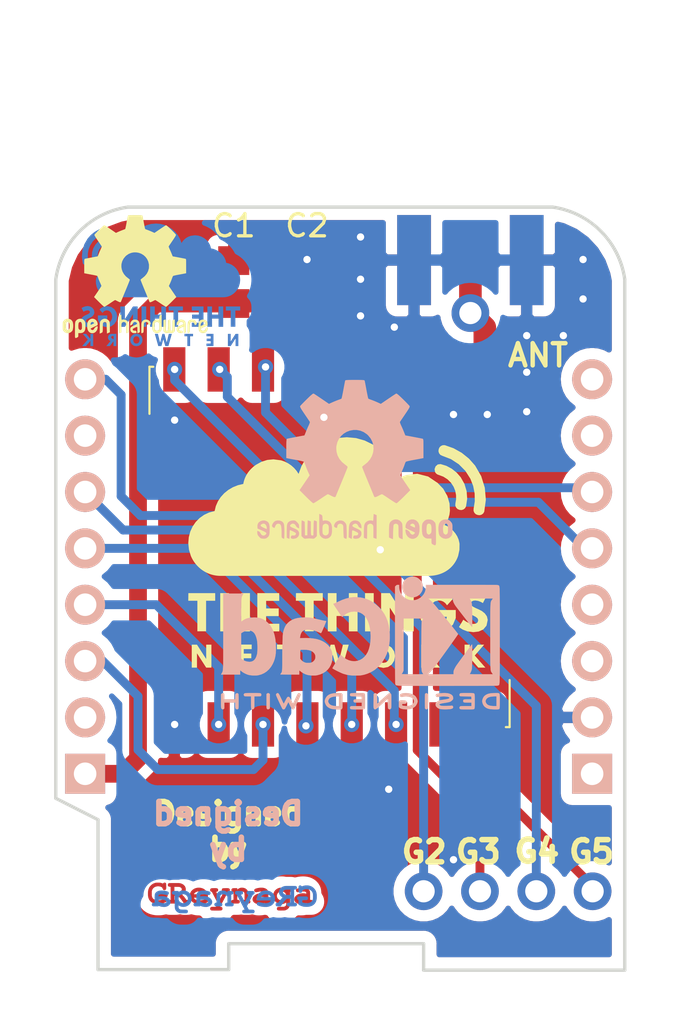
<source format=kicad_pcb>
(kicad_pcb (version 20171130) (host pcbnew 5.1.2-f72e74a~84~ubuntu18.04.1)
  (layers (0 F.Cu signal) (31 B.Cu signal) (34 B.Paste user) (35 F.Paste user) (36 B.SilkS user) (37 F.SilkS user) (38 B.Mask user) (39 F.Mask user) (44 Edge.Cuts user))
  (net 0 "")
  (net 1 /+5V)
  (net 2 /GND)
  (net 3 /D4)
  (net 4 /D3)
  (net 5 /D2)
  (net 6 /D1)
  (net 7 /RX)
  (net 8 /TX)
  (net 9 /+3.3V)
  (net 10 /D8)
  (net 11 /D7)
  (net 12 /D6)
  (net 13 /D5)
  (net 14 /D0)
  (net 15 /A0)
  (net 16 /RST)
  (net 17 "Net-(A2-Pad1)")
  (net 18 /G2)
  (net 19 /G3)
  (net 20 /G4)
  (net 21 /G5)
  (module varios:greynaga6-2-Mask (layer F.Cu) (at 134.874 110.998)
    (fp_text reference GBSilk*** hide)
    (fp_text value LOGO hide)
  )
  (module varios:greynaga6-2-Cooper (layer F.Cu) (at 134.874 110.998)
    (fp_text reference GS*** hide)
    (fp_text value v hide)
    (fp_poly (pts (xy 0.541666 -0.256025) (xy 0.582283 -0.249307) (xy 0.619201 -0.237889) (xy 0.652882 -0.221598) (xy 0.683789 -0.200261) (xy 0.706817 -0.179453) (xy 0.720449 -0.165066) (xy 0.730749 -0.152281) (xy 0.739392 -0.138792) (xy 0.747414 -0.123588) (xy 0.753019 -0.112036) (xy 0.757798 -0.101372) (xy 0.761815 -0.090989) (xy 0.765138 -0.080279) (xy 0.767833 -0.068635) (xy 0.769964 -0.05545) (xy 0.771598 -0.040117) (xy 0.772801 -0.022027) (xy 0.773639 -0.000573) (xy 0.774178 0.024851) (xy 0.774483 0.054854) (xy 0.774622 0.090042) (xy 0.774658 0.127383) (xy 0.7747 0.288104) (xy 0.794543 0.290329) (xy 0.819393 0.29518) (xy 0.839094 0.303683) (xy 0.853802 0.315999) (xy 0.863675 0.332291) (xy 0.868869 0.352721) (xy 0.86981 0.3683) (xy 0.868119 0.390033) (xy 0.862798 0.407302) (xy 0.853472 0.421093) (xy 0.847793 0.426492) (xy 0.841924 0.43137) (xy 0.836579 0.435363) (xy 0.831075 0.438559) (xy 0.824731 0.441048) (xy 0.816863 0.442917) (xy 0.80679 0.444255) (xy 0.793828 0.445151) (xy 0.777296 0.445694) (xy 0.756512 0.445971) (xy 0.730792 0.446073) (xy 0.699455 0.446087) (xy 0.579437 0.446087) (xy 0.560387 0.436562) (xy 0.543482 0.426145) (xy 0.531924 0.413911) (xy 0.524897 0.398609) (xy 0.521583 0.378987) (xy 0.521433 0.376867) (xy 0.521882 0.352619) (xy 0.526793 0.332716) (xy 0.536407 0.316866) (xy 0.550966 0.304777) (xy 0.57071 0.296159) (xy 0.592244 0.291265) (xy 0.61595 0.287493) (xy 0.61595 0.142826) (xy 0.615916 0.105545) (xy 0.61578 0.074025) (xy 0.615484 0.047677) (xy 0.614974 0.025912) (xy 0.614193 0.008142) (xy 0.613086 -0.006222) (xy 0.611598 -0.01777) (xy 0.609673 -0.027089) (xy 0.607255 -0.03477) (xy 0.604289 -0.0414) (xy 0.600719 -0.047569) (xy 0.597514 -0.052388) (xy 0.584918 -0.066241) (xy 0.567864 -0.078691) (xy 0.548243 -0.088456) (xy 0.540143 -0.091309) (xy 0.530158 -0.09379) (xy 0.51823 -0.095451) (xy 0.503025 -0.096408) (xy 0.483213 -0.096774) (xy 0.47625 -0.096786) (xy 0.457456 -0.096662) (xy 0.443466 -0.096213) (xy 0.432735 -0.095253) (xy 0.423716 -0.093594) (xy 0.414866 -0.09105) (xy 0.407428 -0.088455) (xy 0.382767 -0.077356) (xy 0.357405 -0.061589) (xy 0.330685 -0.040711) (xy 0.311666 -0.023614) (xy 0.282575 0.003771) (xy 0.282575 0.288925) (xy 0.294691 0.288925) (xy 0.309999 0.289977) (xy 0.326907 0.292773) (xy 0.342803 0.296765) (xy 0.355078 0.30141) (xy 0.355499 0.301623) (xy 0.372539 0.313473) (xy 0.384505 0.328963) (xy 0.391498 0.34828) (xy 0.39363 0.370579) (xy 0.391646 0.392296) (xy 0.385483 0.409681) (xy 0.374587 0.423616) (xy 0.358405 0.43498) (xy 0.350797 0.438788) (xy 0.346721 0.440602) (xy 0.342686 0.442091) (xy 0.338046 0.443291) (xy 0.332151 0.444238) (xy 0.324352 0.444966) (xy 0.314002 0.445513) (xy 0.300452 0.445913) (xy 0.283052 0.446202) (xy 0.261156 0.446416) (xy 0.234113 0.446591) (xy 0.206375 0.446737) (xy 0.171688 0.44686) (xy 0.142846 0.446839) (xy 0.119343 0.446661) (xy 0.100673 0.446315) (xy 0.086333 0.445788) (xy 0.075816 0.445067) (xy 0.068619 0.444141) (xy 0.065087 0.443302) (xy 0.043819 0.434532) (xy 0.028148 0.423343) (xy 0.017557 0.409028) (xy 0.011529 0.39088) (xy 0.009545 0.368192) (xy 0.009542 0.367404) (xy 0.01224 0.345291) (xy 0.020255 0.326437) (xy 0.033397 0.311168) (xy 0.047725 0.301623) (xy 0.059778 0.296962) (xy 0.07557 0.292929) (xy 0.092488 0.290069) (xy 0.107922 0.288927) (xy 0.108533 0.288925) (xy 0.12065 0.288925) (xy 0.12065 -0.078083) (xy 0.098264 -0.081922) (xy 0.084873 -0.084822) (xy 0.072128 -0.088584) (xy 0.063646 -0.092001) (xy 0.047336 -0.10368) (xy 0.035397 -0.119371) (xy 0.02814 -0.138204) (xy 0.025876 -0.159309) (xy 0.028914 -0.181817) (xy 0.030075 -0.186042) (xy 0.038398 -0.20338) (xy 0.052247 -0.217784) (xy 0.071437 -0.229232) (xy 0.07615 -0.231294) (xy 0.080848 -0.232938) (xy 0.086306 -0.234219) (xy 0.093299 -0.235195) (xy 0.1026 -0.235921) (xy 0.114984 -0.236456) (xy 0.131224 -0.236854) (xy 0.152097 -0.237174) (xy 0.178374 -0.237471) (xy 0.184943 -0.237539) (xy 0.282575 -0.238539) (xy 0.282575 -0.168113) (xy 0.302487 -0.185005) (xy 0.322594 -0.201315) (xy 0.340895 -0.214303) (xy 0.359694 -0.225486) (xy 0.378588 -0.235092) (xy 0.399931 -0.244297) (xy 0.420782 -0.250883) (xy 0.442821 -0.25518) (xy 0.46773 -0.257516) (xy 0.496887 -0.258218) (xy 0.541666 -0.256025)) (layer F.Cu) (width 0.01))
    (fp_poly (pts (xy -2.416406 -0.466363) (xy -2.390736 -0.466096) (xy -2.368815 -0.465653) (xy -2.350125 -0.46501) (xy -2.334145 -0.464142) (xy -2.320355 -0.463026) (xy -2.308236 -0.461638) (xy -2.297267 -0.459953) (xy -2.286928 -0.457947) (xy -2.2767 -0.455597) (xy -2.266063 -0.452878) (xy -2.262939 -0.452046) (xy -2.223392 -0.438724) (xy -2.186136 -0.420778) (xy -2.151861 -0.398756) (xy -2.121257 -0.373204) (xy -2.095013 -0.344671) (xy -2.07382 -0.313703) (xy -2.063789 -0.294124) (xy -2.05192 -0.260839) (xy -2.044633 -0.224872) (xy -2.042201 -0.18821) (xy -2.044547 -0.155179) (xy -2.052587 -0.119599) (xy -2.066138 -0.0863) (xy -2.085434 -0.054853) (xy -2.110708 -0.024825) (xy -2.120886 -0.01469) (xy -2.131565 -0.005111) (xy -2.144432 0.005474) (xy -2.158425 0.016303) (xy -2.172484 0.026612) (xy -2.18555 0.035637) (xy -2.196561 0.042616) (xy -2.204457 0.046784) (xy -2.207435 0.047625) (xy -2.206582 0.049686) (xy -2.201892 0.055319) (xy -2.194107 0.063696) (xy -2.18397 0.073988) (xy -2.182481 0.075459) (xy -2.138558 0.121791) (xy -2.09578 0.17287) (xy -2.055443 0.227092) (xy -2.033575 0.259506) (xy -2.014538 0.288825) (xy -1.995488 0.28893) (xy -1.974732 0.290296) (xy -1.954239 0.293867) (xy -1.935893 0.29919) (xy -1.921579 0.30581) (xy -1.919288 0.307304) (xy -1.905183 0.320228) (xy -1.896029 0.336123) (xy -1.891478 0.355741) (xy -1.890809 0.3683) (xy -1.892902 0.391429) (xy -1.899557 0.410249) (xy -1.911035 0.425117) (xy -1.927594 0.436392) (xy -1.944884 0.44313) (xy -1.951817 0.444675) (xy -1.961551 0.44586) (xy -1.974809 0.446717) (xy -1.99231 0.447283) (xy -2.014778 0.44759) (xy -2.040264 0.447675) (xy -2.120543 0.447675) (xy -2.13837 0.415911) (xy -2.156902 0.38447) (xy -2.177684 0.351981) (xy -2.200202 0.31907) (xy -2.22394 0.286366) (xy -2.248385 0.254494) (xy -2.273022 0.224081) (xy -2.297336 0.195753) (xy -2.320813 0.170139) (xy -2.342938 0.147863) (xy -2.363198 0.129553) (xy -2.381077 0.115835) (xy -2.388634 0.111081) (xy -2.405063 0.101659) (xy -2.480469 0.101629) (xy -2.555875 0.1016) (xy -2.555875 0.288925) (xy -2.520157 0.28898) (xy -2.488974 0.290151) (xy -2.463233 0.293688) (xy -2.442408 0.299781) (xy -2.425976 0.308623) (xy -2.413412 0.320403) (xy -2.406725 0.33034) (xy -2.402302 0.339676) (xy -2.399881 0.349213) (xy -2.398944 0.361457) (xy -2.398867 0.3683) (xy -2.400994 0.391286) (xy -2.407465 0.409852) (xy -2.418428 0.424344) (xy -2.425503 0.430075) (xy -2.431209 0.433917) (xy -2.436702 0.437155) (xy -2.442557 0.43984) (xy -2.44935 0.442024) (xy -2.457657 0.443757) (xy -2.468054 0.445091) (xy -2.481116 0.446077) (xy -2.497419 0.446767) (xy -2.517539 0.44721) (xy -2.542052 0.44746) (xy -2.571532 0.447566) (xy -2.606556 0.44758) (xy -2.622261 0.447571) (xy -2.657911 0.447531) (xy -2.687794 0.44745) (xy -2.712496 0.447308) (xy -2.7326 0.447085) (xy -2.74869 0.44676) (xy -2.761351 0.446314) (xy -2.771167 0.445725) (xy -2.778722 0.444975) (xy -2.784599 0.444043) (xy -2.789384 0.442909) (xy -2.793316 0.441672) (xy -2.812884 0.431968) (xy -2.827694 0.418198) (xy -2.83757 0.400693) (xy -2.842335 0.379783) (xy -2.841814 0.355799) (xy -2.841239 0.351772) (xy -2.835234 0.332381) (xy -2.823995 0.316427) (xy -2.807689 0.304011) (xy -2.786485 0.295233) (xy -2.760552 0.290195) (xy -2.736267 0.288925) (xy -2.7178 0.288925) (xy -2.7178 -0.05715) (xy -2.555875 -0.05715) (xy -2.505869 -0.057178) (xy -2.483935 -0.057417) (xy -2.459739 -0.058048) (xy -2.436017 -0.058981) (xy -2.415504 -0.060123) (xy -2.412907 -0.060304) (xy -2.379126 -0.063717) (xy -2.349865 -0.068941) (xy -2.323456 -0.076375) (xy -2.298227 -0.086415) (xy -2.292979 -0.088866) (xy -2.27115 -0.101276) (xy -2.251296 -0.116324) (xy -2.234723 -0.132839) (xy -2.222736 -0.149647) (xy -2.220499 -0.153988) (xy -2.215039 -0.171124) (xy -2.212889 -0.190639) (xy -2.214103 -0.21) (xy -2.218733 -0.226673) (xy -2.218978 -0.227221) (xy -2.231258 -0.246959) (xy -2.249071 -0.264952) (xy -2.271714 -0.280653) (xy -2.298487 -0.293517) (xy -2.309564 -0.297538) (xy -2.316509 -0.299813) (xy -2.322776 -0.301651) (xy -2.329131 -0.303107) (xy -2.336343 -0.304236) (xy -2.34518 -0.305094) (xy -2.356409 -0.305734) (xy -2.370797 -0.306213) (xy -2.389114 -0.306584) (xy -2.412126 -0.306904) (xy -2.440601 -0.307226) (xy -2.445544 -0.30728) (xy -2.555875 -0.308478) (xy -2.555875 -0.05715) (xy -2.7178 -0.05715) (xy -2.7178 -0.307052) (xy -2.748757 -0.308854) (xy -2.776947 -0.312098) (xy -2.799708 -0.318375) (xy -2.817308 -0.327913) (xy -2.830015 -0.340942) (xy -2.838098 -0.357691) (xy -2.841825 -0.378388) (xy -2.842155 -0.388572) (xy -2.840508 -0.410673) (xy -2.835405 -0.428063) (xy -2.826315 -0.441664) (xy -2.812708 -0.452403) (xy -2.802419 -0.457738) (xy -2.786063 -0.465138) (xy -2.566988 -0.466155) (xy -2.521118 -0.46635) (xy -2.481077 -0.466466) (xy -2.446347 -0.466478) (xy -2.416406 -0.466363)) (layer F.Cu) (width 0.01))
    (fp_poly (pts (xy -2.975093 -0.487295) (xy -2.958806 -0.481562) (xy -2.949319 -0.475332) (xy -2.941943 -0.467039) (xy -2.935288 -0.455604) (xy -2.925763 -0.437033) (xy -2.924772 -0.33272) (xy -2.924535 -0.302881) (xy -2.924464 -0.278668) (xy -2.924582 -0.259358) (xy -2.924912 -0.24423) (xy -2.925478 -0.23256) (xy -2.926303 -0.223626) (xy -2.92741 -0.216705) (xy -2.928657 -0.211636) (xy -2.936615 -0.191227) (xy -2.947388 -0.176183) (xy -2.961588 -0.166054) (xy -2.97983 -0.160395) (xy -3.00115 -0.15875) (xy -3.015042 -0.159329) (xy -3.027563 -0.160863) (xy -3.036265 -0.163049) (xy -3.036434 -0.163119) (xy -3.047557 -0.169857) (xy -3.057357 -0.180526) (xy -3.066178 -0.195727) (xy -3.074367 -0.216059) (xy -3.082271 -0.242122) (xy -3.082516 -0.243032) (xy -3.090338 -0.260301) (xy -3.10375 -0.276127) (xy -3.122115 -0.29031) (xy -3.144795 -0.302648) (xy -3.171152 -0.312939) (xy -3.20055 -0.320983) (xy -3.232351 -0.326578) (xy -3.265917 -0.329523) (xy -3.30061 -0.329616) (xy -3.335795 -0.326657) (xy -3.343834 -0.325532) (xy -3.385635 -0.316345) (xy -3.424127 -0.30205) (xy -3.458992 -0.282944) (xy -3.489912 -0.259323) (xy -3.516568 -0.231483) (xy -3.538642 -0.199723) (xy -3.555816 -0.164337) (xy -3.567772 -0.125624) (xy -3.570044 -0.114744) (xy -3.571827 -0.10144) (xy -3.573253 -0.083102) (xy -3.57432 -0.060872) (xy -3.575029 -0.035891) (xy -3.57538 -0.0093) (xy -3.575372 0.017759) (xy -3.575007 0.044145) (xy -3.574284 0.068716) (xy -3.573203 0.090331) (xy -3.571763 0.107849) (xy -3.570036 0.119792) (xy -3.559542 0.157609) (xy -3.544526 0.191143) (xy -3.524917 0.220455) (xy -3.500642 0.245602) (xy -3.47163 0.266643) (xy -3.437807 0.283638) (xy -3.399103 0.296646) (xy -3.355445 0.305725) (xy -3.340184 0.307839) (xy -3.296209 0.311049) (xy -3.250528 0.310329) (xy -3.20481 0.305863) (xy -3.160728 0.297839) (xy -3.119951 0.286441) (xy -3.107532 0.281981) (xy -3.082925 0.272588) (xy -3.082925 0.168902) (xy -3.177382 0.167493) (xy -3.207581 0.166968) (xy -3.23221 0.166312) (xy -3.252047 0.165416) (xy -3.267871 0.164173) (xy -3.280462 0.162474) (xy -3.290598 0.16021) (xy -3.299059 0.157273) (xy -3.306624 0.153554) (xy -3.314072 0.148946) (xy -3.314981 0.148337) (xy -3.327733 0.136063) (xy -3.336758 0.1195) (xy -3.341742 0.099714) (xy -3.342371 0.077769) (xy -3.340243 0.062601) (xy -3.334333 0.045383) (xy -3.324127 0.031763) (xy -3.308908 0.020956) (xy -3.297238 0.015561) (xy -3.278188 0.007937) (xy -3.103563 0.007937) (xy -3.065399 0.007952) (xy -3.033039 0.008006) (xy -3.005937 0.008116) (xy -2.983548 0.008298) (xy -2.965326 0.008567) (xy -2.950726 0.00894) (xy -2.939201 0.009432) (xy -2.930206 0.01006) (xy -2.923195 0.01084) (xy -2.917622 0.011787) (xy -2.912943 0.012917) (xy -2.910696 0.013578) (xy -2.890083 0.022765) (xy -2.874327 0.035933) (xy -2.863638 0.052803) (xy -2.858229 0.073095) (xy -2.85757 0.083769) (xy -2.859763 0.107377) (xy -2.866709 0.126916) (xy -2.878668 0.142806) (xy -2.895902 0.155468) (xy -2.904925 0.159991) (xy -2.924175 0.168631) (xy -2.924175 0.375067) (xy -2.969419 0.396749) (xy -3.009386 0.415152) (xy -3.045798 0.430222) (xy -3.080147 0.442481) (xy -3.113923 0.452453) (xy -3.148617 0.460659) (xy -3.15595 0.462166) (xy -3.16877 0.464021) (xy -3.186689 0.465616) (xy -3.20846 0.466925) (xy -3.232837 0.467923) (xy -3.258574 0.468583) (xy -3.284424 0.468881) (xy -3.30914 0.468791) (xy -3.331476 0.468287) (xy -3.350186 0.467343) (xy -3.360738 0.466374) (xy -3.400872 0.459972) (xy -3.441506 0.450536) (xy -3.480867 0.438591) (xy -3.517182 0.424665) (xy -3.5433 0.412211) (xy -3.581697 0.388292) (xy -3.616534 0.359389) (xy -3.647516 0.325966) (xy -3.674347 0.288485) (xy -3.696729 0.24741) (xy -3.714366 0.203205) (xy -3.726961 0.156333) (xy -3.733458 0.114969) (xy -3.734743 0.098693) (xy -3.735726 0.07743) (xy -3.736407 0.052535) (xy -3.736784 0.025364) (xy -3.736855 -0.002728) (xy -3.736619 -0.030384) (xy -3.736076 -0.05625) (xy -3.735224 -0.07897) (xy -3.734061 -0.097188) (xy -3.733661 -0.101478) (xy -3.726428 -0.147428) (xy -3.714482 -0.192508) (xy -3.698377 -0.234713) (xy -3.694442 -0.243181) (xy -3.679115 -0.2729) (xy -3.663221 -0.298868) (xy -3.645405 -0.322983) (xy -3.624309 -0.347143) (xy -3.608401 -0.363565) (xy -3.572999 -0.395891) (xy -3.536593 -0.422723) (xy -3.498131 -0.444629) (xy -3.456562 -0.462179) (xy -3.410835 -0.475941) (xy -3.393086 -0.480092) (xy -3.381359 -0.482485) (xy -3.3703 -0.484278) (xy -3.35869 -0.485554) (xy -3.34531 -0.486397) (xy -3.32894 -0.486888) (xy -3.308361 -0.487112) (xy -3.2893 -0.487154) (xy -3.262238 -0.487018) (xy -3.240367 -0.486563) (xy -3.222533 -0.485724) (xy -3.207583 -0.484438) (xy -3.194363 -0.482641) (xy -3.187912 -0.481506) (xy -3.161803 -0.475687) (xy -3.133885 -0.467947) (xy -3.106775 -0.459083) (xy -3.08309 -0.44989) (xy -3.080845 -0.44891) (xy -3.069119 -0.444359) (xy -3.062617 -0.443384) (xy -3.061261 -0.444407) (xy -3.056855 -0.452384) (xy -3.049086 -0.462197) (xy -3.039707 -0.471925) (xy -3.030471 -0.479645) (xy -3.027215 -0.481736) (xy -3.011716 -0.487398) (xy -2.993541 -0.489249) (xy -2.975093 -0.487295)) (layer F.Cu) (width 0.01))
    (fp_poly (pts (xy 3.294858 -0.257621) (xy 3.341954 -0.252197) (xy 3.38518 -0.242867) (xy 3.402012 -0.237772) (xy 3.436003 -0.223973) (xy 3.467184 -0.206312) (xy 3.494769 -0.185419) (xy 3.517974 -0.161921) (xy 3.536013 -0.136446) (xy 3.541395 -0.126285) (xy 3.545654 -0.117278) (xy 3.54929 -0.108953) (xy 3.552352 -0.100739) (xy 3.55489 -0.092067) (xy 3.556952 -0.082365) (xy 3.558589 -0.071063) (xy 3.55985 -0.057591) (xy 3.560784 -0.041378) (xy 3.561441 -0.021853) (xy 3.56187 0.001554) (xy 3.562122 0.029413) (xy 3.562245 0.062295) (xy 3.562289 0.100771) (xy 3.562294 0.114615) (xy 3.56235 0.287968) (xy 3.594893 0.28985) (xy 3.621936 0.292687) (xy 3.643675 0.297948) (xy 3.660798 0.305953) (xy 3.673993 0.317022) (xy 3.683789 0.331177) (xy 3.687692 0.340056) (xy 3.689888 0.349785) (xy 3.690779 0.362577) (xy 3.690861 0.370205) (xy 3.690601 0.383815) (xy 3.68948 0.393359) (xy 3.68697 0.401109) (xy 3.68254 0.409343) (xy 3.681263 0.411432) (xy 3.672979 0.422518) (xy 3.662714 0.430963) (xy 3.652965 0.436513) (xy 3.634254 0.446087) (xy 3.517339 0.447027) (xy 3.400425 0.447967) (xy 3.400425 0.416005) (xy 3.382168 0.424348) (xy 3.355535 0.43536) (xy 3.325186 0.445986) (xy 3.293738 0.455377) (xy 3.2639 0.462666) (xy 3.243479 0.466117) (xy 3.219027 0.468859) (xy 3.192034 0.470848) (xy 3.163992 0.472042) (xy 3.136394 0.472396) (xy 3.110731 0.471866) (xy 3.088496 0.470409) (xy 3.072574 0.468256) (xy 3.032734 0.458251) (xy 2.995754 0.444045) (xy 2.962133 0.426029) (xy 2.932371 0.404591) (xy 2.906968 0.380122) (xy 2.886423 0.353011) (xy 2.871235 0.323647) (xy 2.865345 0.306672) (xy 2.861971 0.288572) (xy 2.860719 0.266682) (xy 2.861109 0.254683) (xy 3.029019 0.254683) (xy 3.031999 0.267425) (xy 3.04061 0.279693) (xy 3.054137 0.290927) (xy 3.071861 0.300573) (xy 3.093065 0.308072) (xy 3.100075 0.309838) (xy 3.116978 0.312315) (xy 3.138383 0.313322) (xy 3.162636 0.312936) (xy 3.188079 0.311231) (xy 3.213056 0.308282) (xy 3.23591 0.304163) (xy 3.2385 0.303578) (xy 3.272125 0.294668) (xy 3.304021 0.283706) (xy 3.336441 0.269843) (xy 3.363912 0.256278) (xy 3.402012 0.236535) (xy 3.402901 0.197985) (xy 3.403789 0.159434) (xy 3.383769 0.155948) (xy 3.345818 0.15026) (xy 3.307644 0.146262) (xy 3.270307 0.143974) (xy 3.234865 0.143412) (xy 3.202375 0.144595) (xy 3.173896 0.147539) (xy 3.151187 0.152073) (xy 3.121762 0.161732) (xy 3.095407 0.173897) (xy 3.072674 0.188104) (xy 3.054117 0.203888) (xy 3.040288 0.220785) (xy 3.031742 0.238329) (xy 3.029019 0.254683) (xy 2.861109 0.254683) (xy 2.861484 0.24316) (xy 2.864159 0.220161) (xy 2.868639 0.199843) (xy 2.870928 0.192908) (xy 2.881721 0.168052) (xy 2.894927 0.145837) (xy 2.911823 0.124316) (xy 2.925762 0.109402) (xy 2.9586 0.079726) (xy 2.994063 0.05486) (xy 3.032769 0.034495) (xy 3.075341 0.018322) (xy 3.122396 0.006032) (xy 3.14001 0.002596) (xy 3.165339 -0.00081) (xy 3.195398 -0.002976) (xy 3.228698 -0.003935) (xy 3.263746 -0.00372) (xy 3.299053 -0.002366) (xy 3.333129 0.000095) (xy 3.364481 0.003629) (xy 3.391621 0.008203) (xy 3.391693 0.008218) (xy 3.400425 0.010029) (xy 3.400425 -0.015781) (xy 3.399749 -0.033039) (xy 3.397256 -0.045871) (xy 3.392244 -0.056103) (xy 3.384011 -0.065562) (xy 3.379831 -0.069386) (xy 3.36453 -0.080022) (xy 3.345487 -0.088111) (xy 3.322145 -0.093782) (xy 3.293949 -0.097168) (xy 3.260344 -0.098397) (xy 3.256476 -0.098407) (xy 3.236862 -0.098117) (xy 3.218066 -0.097164) (xy 3.1989 -0.095392) (xy 3.178171 -0.092648) (xy 3.15469 -0.088776) (xy 3.127266 -0.083623) (xy 3.099768 -0.078079) (xy 3.069938 -0.072148) (xy 3.045451 -0.067873) (xy 3.025514 -0.065281) (xy 3.009331 -0.064399) (xy 2.996109 -0.065257) (xy 2.985052 -0.06788) (xy 2.975368 -0.072297) (xy 2.966261 -0.078536) (xy 2.961021 -0.08292) (xy 2.94773 -0.098515) (xy 2.938933 -0.117116) (xy 2.934788 -0.137338) (xy 2.935455 -0.157799) (xy 2.941092 -0.177114) (xy 2.948734 -0.19009) (xy 2.955435 -0.197112) (xy 2.964864 -0.203612) (xy 2.977817 -0.20996) (xy 2.995093 -0.216521) (xy 3.017487 -0.223665) (xy 3.02869 -0.22695) (xy 3.083408 -0.240714) (xy 3.138166 -0.250686) (xy 3.192182 -0.256843) (xy 3.244673 -0.259162) (xy 3.294858 -0.257621)) (layer F.Cu) (width 0.01))
    (fp_poly (pts (xy 1.428856 -0.256821) (xy 1.476526 -0.249673) (xy 1.520116 -0.238011) (xy 1.559457 -0.221869) (xy 1.589647 -0.204507) (xy 1.617347 -0.183124) (xy 1.639714 -0.159154) (xy 1.657527 -0.131732) (xy 1.660782 -0.125413) (xy 1.665257 -0.116146) (xy 1.669079 -0.107452) (xy 1.672301 -0.09876) (xy 1.674973 -0.089501) (xy 1.677148 -0.079104) (xy 1.678875 -0.066997) (xy 1.680206 -0.05261) (xy 1.681193 -0.035373) (xy 1.681886 -0.014716) (xy 1.682337 0.009933) (xy 1.682597 0.039145) (xy 1.682717 0.073488) (xy 1.682749 0.113535) (xy 1.68275 0.119341) (xy 1.68275 0.288925) (xy 1.702804 0.288925) (xy 1.733296 0.290827) (xy 1.75879 0.29652) (xy 1.779249 0.305983) (xy 1.794638 0.319196) (xy 1.804924 0.336136) (xy 1.80951 0.352706) (xy 1.810795 0.376668) (xy 1.806711 0.397901) (xy 1.797525 0.415939) (xy 1.783502 0.430314) (xy 1.764908 0.440559) (xy 1.758223 0.442834) (xy 1.752573 0.444186) (xy 1.745234 0.445274) (xy 1.73553 0.446122) (xy 1.722785 0.446756) (xy 1.706324 0.447203) (xy 1.685472 0.447488) (xy 1.659553 0.447636) (xy 1.631373 0.447675) (xy 1.520825 0.447675) (xy 1.520825 0.4318) (xy 1.52052 0.422741) (xy 1.519741 0.416993) (xy 1.519131 0.415925) (xy 1.515573 0.417244) (xy 1.50827 0.420628) (xy 1.502463 0.423502) (xy 1.478277 0.434233) (xy 1.4495 0.444525) (xy 1.417888 0.453867) (xy 1.3852 0.461746) (xy 1.353192 0.467651) (xy 1.34849 0.468345) (xy 1.33283 0.470022) (xy 1.313249 0.471293) (xy 1.291257 0.472141) (xy 1.268364 0.472552) (xy 1.24608 0.472509) (xy 1.225914 0.471998) (xy 1.209379 0.471002) (xy 1.199894 0.469866) (xy 1.157188 0.459891) (xy 1.117465 0.445055) (xy 1.081304 0.42565) (xy 1.049282 0.40197) (xy 1.031207 0.384683) (xy 1.011064 0.360917) (xy 0.996427 0.337626) (xy 0.986733 0.313412) (xy 0.981421 0.286878) (xy 0.979924 0.257175) (xy 0.980016 0.252945) (xy 1.14935 0.252945) (xy 1.152401 0.268023) (xy 1.161357 0.281504) (xy 1.175915 0.293142) (xy 1.195775 0.302695) (xy 1.2192 0.309599) (xy 1.234037 0.311765) (xy 1.253394 0.31286) (xy 1.27554 0.312925) (xy 1.298742 0.312004) (xy 1.32127 0.310139) (xy 1.341391 0.307373) (xy 1.3462 0.306475) (xy 1.39137 0.294747) (xy 1.438463 0.277309) (xy 1.477962 0.258978) (xy 1.522412 0.236537) (xy 1.523303 0.197643) (xy 1.523455 0.182774) (xy 1.523219 0.170526) (xy 1.522646 0.162114) (xy 1.521784 0.158752) (xy 1.521716 0.158737) (xy 1.517664 0.158262) (xy 1.508898 0.157) (xy 1.496973 0.15518) (xy 1.490662 0.154187) (xy 1.44561 0.148105) (xy 1.402614 0.144411) (xy 1.362432 0.143107) (xy 1.325823 0.144194) (xy 1.293547 0.147673) (xy 1.266361 0.153545) (xy 1.265355 0.15384) (xy 1.235143 0.164537) (xy 1.208748 0.177388) (xy 1.186624 0.192004) (xy 1.169224 0.207999) (xy 1.157002 0.224985) (xy 1.150412 0.242573) (xy 1.14935 0.252945) (xy 0.980016 0.252945) (xy 0.980298 0.240122) (xy 0.98148 0.226853) (xy 0.983876 0.214814) (xy 0.987894 0.201452) (xy 0.98959 0.196476) (xy 1.003199 0.165337) (xy 1.021896 0.136246) (xy 1.046221 0.108408) (xy 1.055562 0.099372) (xy 1.09097 0.070295) (xy 1.129688 0.04606) (xy 1.172072 0.026507) (xy 1.218477 0.011476) (xy 1.269258 0.000806) (xy 1.276731 -0.000348) (xy 1.298598 -0.002623) (xy 1.32528 -0.003866) (xy 1.355334 -0.004131) (xy 1.387319 -0.00347) (xy 1.419792 -0.001939) (xy 1.451312 0.000411) (xy 1.480437 0.003524) (xy 1.505724 0.007348) (xy 1.511041 0.008362) (xy 1.521491 0.010452) (xy 1.520364 -0.018297) (xy 1.519646 -0.032363) (xy 1.518497 -0.041899) (xy 1.516434 -0.048724) (xy 1.51297 -0.054657) (xy 1.509463 -0.059242) (xy 1.495116 -0.072907) (xy 1.476243 -0.083559) (xy 1.452554 -0.091285) (xy 1.423758 -0.096173) (xy 1.389564 -0.098308) (xy 1.378313 -0.098426) (xy 1.359754 -0.09825) (xy 1.342881 -0.097623) (xy 1.326499 -0.096392) (xy 1.309415 -0.094403) (xy 1.290437 -0.091503) (xy 1.26837 -0.087541) (xy 1.242022 -0.082364) (xy 1.223962 -0.078672) (xy 1.18993 -0.072129) (xy 1.161473 -0.067733) (xy 1.138197 -0.065458) (xy 1.11971 -0.06528) (xy 1.10562 -0.067174) (xy 1.096505 -0.070556) (xy 1.078567 -0.083787) (xy 1.065414 -0.101054) (xy 1.057321 -0.12192) (xy 1.054997 -0.136128) (xy 1.055197 -0.157779) (xy 1.060241 -0.175872) (xy 1.070408 -0.191261) (xy 1.074296 -0.195283) (xy 1.080508 -0.200754) (xy 1.087219 -0.205266) (xy 1.095721 -0.209416) (xy 1.107304 -0.213803) (xy 1.123262 -0.219025) (xy 1.130341 -0.22123) (xy 1.167335 -0.232086) (xy 1.200908 -0.240569) (xy 1.233239 -0.247091) (xy 1.266504 -0.252063) (xy 1.302881 -0.255897) (xy 1.321948 -0.257444) (xy 1.377274 -0.259422) (xy 1.428856 -0.256821)) (layer F.Cu) (width 0.01))
    (fp_poly (pts (xy -1.408884 -0.257616) (xy -1.361811 -0.251717) (xy -1.316582 -0.241517) (xy -1.274176 -0.227096) (xy -1.235576 -0.208538) (xy -1.231663 -0.206282) (xy -1.193234 -0.180751) (xy -1.158048 -0.151405) (xy -1.126801 -0.119003) (xy -1.100187 -0.084301) (xy -1.078901 -0.048055) (xy -1.071275 -0.031514) (xy -1.059737 -0.0002) (xy -1.051198 0.032397) (xy -1.045448 0.067499) (xy -1.042278 0.106327) (xy -1.041456 0.142081) (xy -1.0414 0.180975) (xy -1.360828 0.180975) (xy -1.412944 0.180979) (xy -1.459072 0.180996) (xy -1.499572 0.181032) (xy -1.534805 0.181093) (xy -1.565133 0.181186) (xy -1.590917 0.181317) (xy -1.612518 0.181492) (xy -1.630298 0.181718) (xy -1.644616 0.182001) (xy -1.655836 0.182347) (xy -1.664317 0.182763) (xy -1.670421 0.183255) (xy -1.674509 0.183829) (xy -1.676942 0.184491) (xy -1.678082 0.185249) (xy -1.678289 0.186107) (xy -1.678174 0.186531) (xy -1.671496 0.200203) (xy -1.661311 0.216052) (xy -1.648966 0.232159) (xy -1.636229 0.246189) (xy -1.610802 0.267167) (xy -1.580554 0.284372) (xy -1.545825 0.297727) (xy -1.506959 0.307153) (xy -1.464296 0.312574) (xy -1.418179 0.313913) (xy -1.36895 0.311091) (xy -1.355706 0.309669) (xy -1.334965 0.30702) (xy -1.314825 0.303943) (xy -1.294033 0.300189) (xy -1.271337 0.295512) (xy -1.245483 0.289662) (xy -1.215219 0.28239) (xy -1.203325 0.279456) (xy -1.1737 0.272452) (xy -1.149278 0.26756) (xy -1.129268 0.264795) (xy -1.112882 0.264171) (xy -1.099328 0.265705) (xy -1.087817 0.269409) (xy -1.077558 0.2753) (xy -1.069331 0.281947) (xy -1.055379 0.297442) (xy -1.046986 0.314322) (xy -1.043442 0.334167) (xy -1.043226 0.340242) (xy -1.043464 0.352597) (xy -1.044994 0.361271) (xy -1.048528 0.368904) (xy -1.052647 0.375143) (xy -1.063306 0.387692) (xy -1.077153 0.399173) (xy -1.094791 0.409897) (xy -1.116823 0.420176) (xy -1.143853 0.43032) (xy -1.176484 0.44064) (xy -1.183825 0.442778) (xy -1.223396 0.452649) (xy -1.267301 0.460885) (xy -1.313665 0.467163) (xy -1.340817 0.469769) (xy -1.356393 0.47074) (xy -1.375934 0.471511) (xy -1.398094 0.472072) (xy -1.421527 0.472415) (xy -1.444888 0.472531) (xy -1.466831 0.47241) (xy -1.486011 0.472045) (xy -1.50108 0.471425) (xy -1.508125 0.470873) (xy -1.516117 0.469732) (xy -1.528291 0.46766) (xy -1.542611 0.465013) (xy -1.550106 0.463552) (xy -1.599358 0.451004) (xy -1.644675 0.433627) (xy -1.686502 0.411187) (xy -1.725285 0.38345) (xy -1.756018 0.355708) (xy -1.786311 0.321967) (xy -1.810718 0.286688) (xy -1.829543 0.249217) (xy -1.843087 0.208903) (xy -1.851654 0.165092) (xy -1.853931 0.144462) (xy -1.855328 0.095106) (xy -1.850816 0.047855) (xy -1.848571 0.0381) (xy -1.676119 0.0381) (xy -1.221687 0.0381) (xy -1.223806 0.029368) (xy -1.228653 0.01689) (xy -1.237265 0.001973) (xy -1.24855 -0.013736) (xy -1.261411 -0.028588) (xy -1.264208 -0.031443) (xy -1.282702 -0.047225) (xy -1.305178 -0.062278) (xy -1.329307 -0.075174) (xy -1.348035 -0.082905) (xy -1.383927 -0.092574) (xy -1.422591 -0.097717) (xy -1.462392 -0.098351) (xy -1.501697 -0.094495) (xy -1.538871 -0.086165) (xy -1.555138 -0.080711) (xy -1.584353 -0.067265) (xy -1.611047 -0.050178) (xy -1.634358 -0.030234) (xy -1.653424 -0.00822) (xy -1.667383 0.015079) (xy -1.671691 0.02555) (xy -1.676119 0.0381) (xy -1.848571 0.0381) (xy -1.840468 0.002893) (xy -1.824358 -0.039595) (xy -1.802559 -0.079424) (xy -1.775146 -0.116407) (xy -1.742191 -0.150361) (xy -1.733694 -0.157843) (xy -1.700335 -0.184115) (xy -1.6671 -0.205417) (xy -1.632131 -0.222813) (xy -1.595982 -0.236565) (xy -1.551349 -0.248687) (xy -1.504633 -0.256182) (xy -1.456818 -0.259131) (xy -1.408884 -0.257616)) (layer F.Cu) (width 0.01))
    (fp_poly (pts (xy 2.298534 -0.25834) (xy 2.315568 -0.258055) (xy 2.328899 -0.257446) (xy 2.33985 -0.256395) (xy 2.349745 -0.254781) (xy 2.359907 -0.252486) (xy 2.369203 -0.250056) (xy 2.403796 -0.238621) (xy 2.437402 -0.223561) (xy 2.467646 -0.205971) (xy 2.473325 -0.202075) (xy 2.493962 -0.187471) (xy 2.495806 -0.238125) (xy 2.601884 -0.238125) (xy 2.631271 -0.238021) (xy 2.657886 -0.237718) (xy 2.681039 -0.237238) (xy 2.700037 -0.236599) (xy 2.714189 -0.23582) (xy 2.722803 -0.234921) (xy 2.723681 -0.234754) (xy 2.745043 -0.227352) (xy 2.762234 -0.215493) (xy 2.774811 -0.199705) (xy 2.782334 -0.180517) (xy 2.784426 -0.161925) (xy 2.782846 -0.14114) (xy 2.777738 -0.124407) (xy 2.768598 -0.110196) (xy 2.766774 -0.108105) (xy 2.753977 -0.096772) (xy 2.738485 -0.088636) (xy 2.71925 -0.083317) (xy 2.695225 -0.08043) (xy 2.690143 -0.080131) (xy 2.657475 -0.078464) (xy 2.657472 0.198099) (xy 2.65745 0.251492) (xy 2.657375 0.298947) (xy 2.657234 0.340873) (xy 2.65701 0.377681) (xy 2.65669 0.409784) (xy 2.656259 0.437591) (xy 2.655702 0.461513) (xy 2.655004 0.481962) (xy 2.654151 0.499348) (xy 2.653128 0.514082) (xy 2.651921 0.526575) (xy 2.650514 0.537238) (xy 2.648893 0.546482) (xy 2.647044 0.554717) (xy 2.644952 0.562355) (xy 2.644403 0.564174) (xy 2.629544 0.602047) (xy 2.609301 0.636917) (xy 2.584068 0.668414) (xy 2.55424 0.69617) (xy 2.520211 0.719814) (xy 2.482375 0.738978) (xy 2.443162 0.752725) (xy 2.436709 0.754473) (xy 2.430475 0.755916) (xy 2.423785 0.757089) (xy 2.415963 0.758026) (xy 2.406333 0.758759) (xy 2.394222 0.759324) (xy 2.378953 0.759753) (xy 2.359852 0.76008) (xy 2.336242 0.760339) (xy 2.307451 0.760564) (xy 2.282825 0.760725) (xy 2.253366 0.760841) (xy 2.225627 0.760817) (xy 2.200323 0.760662) (xy 2.178173 0.760387) (xy 2.159892 0.760002) (xy 2.146198 0.759517) (xy 2.137808 0.758942) (xy 2.135931 0.758652) (xy 2.1138 0.750639) (xy 2.096359 0.738692) (xy 2.083873 0.723059) (xy 2.076606 0.703986) (xy 2.076411 0.703074) (xy 2.074017 0.680178) (xy 2.07635 0.65889) (xy 2.083143 0.640308) (xy 2.094134 0.625533) (xy 2.095312 0.624434) (xy 2.101581 0.619288) (xy 2.108372 0.615037) (xy 2.116334 0.611596) (xy 2.126111 0.608884) (xy 2.138351 0.606816) (xy 2.153698 0.60531) (xy 2.1728 0.604281) (xy 2.196303 0.603646) (xy 2.224852 0.603322) (xy 2.259094 0.603226) (xy 2.259639 0.603226) (xy 2.293581 0.60314) (xy 2.321897 0.602854) (xy 2.345308 0.602301) (xy 2.364535 0.601413) (xy 2.3803 0.600124) (xy 2.393324 0.598367) (xy 2.404331 0.596074) (xy 2.41404 0.593178) (xy 2.423174 0.589611) (xy 2.427679 0.587589) (xy 2.450436 0.574346) (xy 2.468276 0.557734) (xy 2.482129 0.53686) (xy 2.483613 0.533936) (xy 2.493962 0.51293) (xy 2.496062 0.39629) (xy 2.476351 0.409675) (xy 2.45242 0.424131) (xy 2.424696 0.437949) (xy 2.395717 0.449972) (xy 2.368438 0.458924) (xy 2.336962 0.46546) (xy 2.301649 0.469053) (xy 2.264274 0.469732) (xy 2.226612 0.467527) (xy 2.190438 0.462466) (xy 2.160587 0.455485) (xy 2.11806 0.440021) (xy 2.077996 0.419181) (xy 2.040916 0.393493) (xy 2.00734 0.363488) (xy 1.977786 0.329695) (xy 1.952775 0.292643) (xy 1.932827 0.252861) (xy 1.91846 0.21088) (xy 1.917725 0.20806) (xy 1.90826 0.159106) (xy 1.904761 0.110127) (xy 1.905027 0.104775) (xy 2.065954 0.104775) (xy 2.068858 0.140612) (xy 2.077508 0.173789) (xy 2.091978 0.204503) (xy 2.112346 0.232953) (xy 2.116739 0.237954) (xy 2.14423 0.263816) (xy 2.174718 0.284214) (xy 2.207705 0.298986) (xy 2.242695 0.307971) (xy 2.279192 0.311008) (xy 2.3167 0.307936) (xy 2.326615 0.306105) (xy 2.36061 0.296076) (xy 2.392188 0.280813) (xy 2.420722 0.260909) (xy 2.445585 0.236957) (xy 2.46615 0.209549) (xy 2.48179 0.179279) (xy 2.491015 0.150607) (xy 2.494695 0.125339) (xy 2.494994 0.097443) (xy 2.492054 0.069575) (xy 2.486018 0.044388) (xy 2.485168 0.041888) (xy 2.470719 0.010068) (xy 2.451201 -0.018668) (xy 2.42733 -0.043864) (xy 2.399818 -0.065063) (xy 2.369378 -0.081808) (xy 2.336726 -0.093642) (xy 2.302573 -0.100108) (xy 2.267634 -0.10075) (xy 2.262968 -0.100372) (xy 2.242854 -0.097969) (xy 2.225709 -0.094464) (xy 2.2091 -0.089167) (xy 2.190595 -0.081384) (xy 2.181909 -0.077321) (xy 2.166722 -0.069591) (xy 2.154358 -0.061898) (xy 2.14269 -0.052708) (xy 2.129592 -0.040489) (xy 2.126248 -0.037183) (xy 2.10297 -0.010829) (xy 2.085675 0.016252) (xy 2.073996 0.044923) (xy 2.067566 0.076046) (xy 2.065954 0.104775) (xy 1.905027 0.104775) (xy 1.907175 0.061724) (xy 1.915448 0.014499) (xy 1.929527 -0.030949) (xy 1.941517 -0.058738) (xy 1.954606 -0.083855) (xy 1.968412 -0.105838) (xy 1.984209 -0.12639) (xy 2.003274 -0.147216) (xy 2.019984 -0.163567) (xy 2.055129 -0.193004) (xy 2.092676 -0.216936) (xy 2.133342 -0.235743) (xy 2.177844 -0.249808) (xy 2.185798 -0.251744) (xy 2.197382 -0.254219) (xy 2.208675 -0.256017) (xy 2.221017 -0.257238) (xy 2.235749 -0.257979) (xy 2.254212 -0.25834) (xy 2.276475 -0.258421) (xy 2.298534 -0.25834)) (layer F.Cu) (width 0.01))
    (fp_poly (pts (xy -0.69325 -0.237887) (xy -0.678291 -0.237691) (xy -0.66664 -0.237282) (xy -0.657538 -0.236627) (xy -0.650225 -0.235693) (xy -0.64394 -0.234449) (xy -0.637923 -0.232859) (xy -0.634635 -0.231882) (xy -0.615263 -0.22408) (xy -0.600966 -0.213639) (xy -0.59135 -0.199927) (xy -0.586023 -0.18231) (xy -0.584591 -0.160153) (xy -0.584904 -0.151778) (xy -0.586199 -0.13733) (xy -0.588509 -0.12693) (xy -0.592441 -0.118285) (xy -0.594707 -0.114647) (xy -0.607869 -0.100444) (xy -0.626089 -0.089721) (xy -0.648974 -0.082707) (xy -0.650875 -0.082335) (xy -0.661479 -0.080264) (xy -0.669231 -0.078614) (xy -0.672399 -0.07776) (xy -0.671249 -0.074838) (xy -0.667473 -0.066881) (xy -0.661377 -0.054486) (xy -0.653269 -0.038249) (xy -0.643454 -0.018768) (xy -0.63224 0.00336) (xy -0.619933 0.027539) (xy -0.60684 0.053171) (xy -0.593268 0.079659) (xy -0.579523 0.106407) (xy -0.565912 0.132818) (xy -0.552742 0.158294) (xy -0.540319 0.182239) (xy -0.528951 0.204056) (xy -0.518943 0.223148) (xy -0.510604 0.238918) (xy -0.504238 0.250768) (xy -0.500153 0.258103) (xy -0.498679 0.26035) (xy -0.496798 0.25763) (xy -0.492187 0.249795) (xy -0.485113 0.237325) (xy -0.475841 0.220703) (xy -0.464639 0.200411) (xy -0.451772 0.176931) (xy -0.437506 0.150747) (xy -0.422108 0.122339) (xy -0.405844 0.092191) (xy -0.405354 0.091281) (xy -0.314371 -0.077788) (xy -0.332491 -0.08014) (xy -0.358579 -0.085731) (xy -0.379576 -0.095037) (xy -0.395432 -0.108002) (xy -0.406098 -0.124572) (xy -0.411524 -0.144689) (xy -0.41166 -0.1683) (xy -0.411596 -0.168929) (xy -0.408557 -0.186228) (xy -0.40288 -0.199769) (xy -0.393456 -0.211955) (xy -0.390298 -0.215157) (xy -0.384691 -0.220382) (xy -0.379135 -0.22467) (xy -0.372953 -0.228119) (xy -0.365468 -0.230831) (xy -0.356001 -0.232906) (xy -0.343874 -0.234444) (xy -0.328412 -0.235545) (xy -0.308935 -0.236311) (xy -0.284765 -0.23684) (xy -0.255227 -0.237234) (xy -0.240113 -0.237392) (xy -0.21045 -0.237672) (xy -0.186384 -0.237834) (xy -0.167164 -0.237846) (xy -0.152035 -0.237677) (xy -0.140247 -0.237297) (xy -0.131048 -0.236672) (xy -0.123684 -0.235774) (xy -0.117403 -0.234569) (xy -0.111454 -0.233027) (xy -0.107577 -0.23188) (xy -0.087593 -0.223579) (xy -0.072998 -0.212296) (xy -0.063402 -0.197681) (xy -0.06049 -0.189501) (xy -0.057849 -0.17361) (xy -0.057623 -0.155516) (xy -0.059639 -0.137721) (xy -0.063724 -0.12273) (xy -0.065373 -0.119063) (xy -0.075174 -0.106022) (xy -0.089612 -0.094665) (xy -0.106996 -0.086122) (xy -0.120123 -0.082401) (xy -0.138306 -0.078824) (xy -0.316803 0.260292) (xy -0.339526 0.303472) (xy -0.361409 0.345083) (xy -0.382275 0.384779) (xy -0.401941 0.422217) (xy -0.420228 0.457053) (xy -0.436955 0.488941) (xy -0.451942 0.517539) (xy -0.465008 0.542502) (xy -0.475973 0.563486) (xy -0.484657 0.580145) (xy -0.490879 0.592137) (xy -0.494458 0.599117) (xy -0.4953 0.600858) (xy -0.492386 0.601767) (xy -0.484656 0.602876) (xy -0.473634 0.603978) (xy -0.470694 0.604216) (xy -0.44538 0.607588) (xy -0.425401 0.613522) (xy -0.41017 0.622294) (xy -0.399097 0.634182) (xy -0.395922 0.639453) (xy -0.392339 0.647473) (xy -0.390203 0.656276) (xy -0.389188 0.667818) (xy -0.388961 0.681037) (xy -0.389162 0.695451) (xy -0.390064 0.70554) (xy -0.392069 0.71332) (xy -0.395582 0.720809) (xy -0.397641 0.724417) (xy -0.407008 0.737082) (xy -0.418946 0.746565) (xy -0.434978 0.753927) (xy -0.444283 0.756934) (xy -0.448437 0.757968) (xy -0.453651 0.758853) (xy -0.460409 0.759599) (xy -0.469197 0.760217) (xy -0.480499 0.760719) (xy -0.494801 0.761114) (xy -0.512589 0.761414) (xy -0.534346 0.761629) (xy -0.560558 0.76177) (xy -0.59171 0.761848) (xy -0.628288 0.761873) (xy -0.666533 0.76186) (xy -0.709158 0.76181) (xy -0.745879 0.761714) (xy -0.777139 0.761563) (xy -0.803384 0.761349) (xy -0.825059 0.761061) (xy -0.842608 0.76069) (xy -0.856477 0.760227) (xy -0.867111 0.759662) (xy -0.874954 0.758987) (xy -0.880452 0.75819) (xy -0.884049 0.757264) (xy -0.884054 0.757262) (xy -0.899387 0.750138) (xy -0.911383 0.74022) (xy -0.922125 0.725776) (xy -0.922338 0.725435) (xy -0.927404 0.716379) (xy -0.930457 0.707817) (xy -0.932106 0.697391) (xy -0.93289 0.684466) (xy -0.93316 0.670583) (xy -0.932391 0.660777) (xy -0.930214 0.652813) (xy -0.926296 0.644525) (xy -0.918956 0.633894) (xy -0.909612 0.624233) (xy -0.906219 0.621585) (xy -0.898427 0.616644) (xy -0.890239 0.612661) (xy -0.880892 0.609537) (xy -0.86962 0.607172) (xy -0.855659 0.605466) (xy -0.838244 0.604321) (xy -0.816611 0.603637) (xy -0.789994 0.603314) (xy -0.765147 0.60325) (xy -0.674378 0.60325) (xy -0.63167 0.523265) (xy -0.620721 0.502659) (xy -0.610854 0.483898) (xy -0.60244 0.467703) (xy -0.59585 0.454793) (xy -0.591454 0.445889) (xy -0.589623 0.441713) (xy -0.589598 0.441509) (xy -0.591112 0.43849) (xy -0.595331 0.430224) (xy -0.602049 0.417111) (xy -0.611062 0.399548) (xy -0.622165 0.377933) (xy -0.635153 0.352665) (xy -0.649822 0.324141) (xy -0.665967 0.29276) (xy -0.683383 0.258921) (xy -0.701865 0.223021) (xy -0.72121 0.185459) (xy -0.72352 0.180975) (xy -0.856807 -0.077788) (xy -0.870523 -0.08142) (xy -0.893313 -0.089255) (xy -0.910496 -0.099507) (xy -0.922541 -0.112756) (xy -0.929919 -0.12958) (xy -0.933101 -0.150559) (xy -0.933311 -0.15875) (xy -0.931657 -0.180707) (xy -0.926294 -0.198115) (xy -0.916623 -0.211961) (xy -0.902046 -0.223233) (xy -0.890548 -0.229239) (xy -0.886107 -0.231197) (xy -0.881683 -0.232777) (xy -0.876557 -0.234028) (xy -0.870009 -0.234997) (xy -0.86132 -0.235732) (xy -0.849769 -0.236281) (xy -0.834637 -0.236691) (xy -0.815204 -0.237011) (xy -0.79075 -0.237288) (xy -0.765583 -0.237524) (xy -0.736136 -0.23777) (xy -0.712278 -0.237903) (xy -0.69325 -0.237887)) (layer F.Cu) (width 0.01))
  )
  (module Symbol:KiCad-Logo2_6mm_SilkScreen (layer B.Cu) (at 140.716 99.695 180)
    (fp_text reference REF** hide)
    (fp_text value KiCad-Logo2_6mm_SilkScreen hide)
  )
  (module Cats_ArduinoShieldLoRa:SMA_EDGELAUNCH_UFL_WeMos_Lora (layer F.Cu) (at 145.669 80.4164 270)
    (fp_text reference A2)
    (fp_text value ANT)
    (pad 5 smd rect (at 2.032 2.54) (size 1.524 4.064) (layers B.Cu B.Paste B.Mask) (net 2 /GND))
    (pad 4 smd rect (at 2.032 -2.54) (size 1.524 4.064) (layers B.Cu B.Paste B.Mask) (net 2 /GND))
    (pad 1 smd rect (at 3.048 0) (size 1.016 2.032) (layers F.Cu F.Paste F.Mask) (net 17 "Net-(A2-Pad1)"))
    (pad 2 smd rect (at 2.032 2.54) (size 1.524 4.064) (layers F.Cu F.Paste F.Mask) (net 2 /GND))
    (pad 3 smd rect (at 2.032 -2.54) (size 1.524 4.064) (layers F.Cu F.Paste F.Mask) (net 2 /GND))
  )
  (module D1_mini:D1_mini_Pin_Header (layer B.Cu) (at 151.157671 105.600707)
    (fp_text reference P1 hide)
    (fp_text value CONN_01X08 hide)
    (pad 1 thru_hole rect (at 0 0) (size 1.8 1.8) (drill 1.016) (layers *.Cu *.Mask B.SilkS) (net 1 /+5V))
    (pad 2 thru_hole oval (at 0 -2.54) (size 1.8 1.8) (drill 1.016) (layers *.Cu *.Mask B.SilkS) (net 2 /GND))
    (pad 3 thru_hole oval (at 0 -5.08) (size 1.8 1.8) (drill 1.016) (layers *.Cu *.Mask B.SilkS) (net 3 /D4))
    (pad 4 thru_hole oval (at 0 -7.62) (size 1.8 1.8) (drill 1.016) (layers *.Cu *.Mask B.SilkS) (net 4 /D3))
    (pad 5 thru_hole oval (at 0 -10.16) (size 1.8 1.8) (drill 1.016) (layers *.Cu *.Mask B.SilkS) (net 5 /D2))
    (pad 6 thru_hole oval (at 0 -12.7) (size 1.8 1.8) (drill 1.016) (layers *.Cu *.Mask B.SilkS) (net 6 /D1))
    (pad 7 thru_hole oval (at 0 -15.24) (size 1.8 1.8) (drill 1.016) (layers *.Cu *.Mask B.SilkS) (net 7 /RX))
    (pad 8 thru_hole oval (at 0 -17.78) (size 1.8 1.8) (drill 1.016) (layers *.Cu *.Mask B.SilkS) (net 8 /TX))
  )
  (module D1_mini:D1_mini_Pin_Header (layer B.Cu) (at 128.297671 105.600707)
    (fp_text reference P2 hide)
    (fp_text value CONN_01X08 hide)
    (pad 1 thru_hole rect (at 0 0) (size 1.8 1.8) (drill 1.016) (layers *.Cu *.Mask B.SilkS) (net 9 /+3.3V))
    (pad 2 thru_hole oval (at 0 -2.54) (size 1.8 1.8) (drill 1.016) (layers *.Cu *.Mask B.SilkS) (net 10 /D8))
    (pad 3 thru_hole oval (at 0 -5.08) (size 1.8 1.8) (drill 1.016) (layers *.Cu *.Mask B.SilkS) (net 11 /D7))
    (pad 4 thru_hole oval (at 0 -7.62) (size 1.8 1.8) (drill 1.016) (layers *.Cu *.Mask B.SilkS) (net 12 /D6))
    (pad 5 thru_hole oval (at 0 -10.16) (size 1.8 1.8) (drill 1.016) (layers *.Cu *.Mask B.SilkS) (net 13 /D5))
    (pad 6 thru_hole oval (at 0 -12.7) (size 1.8 1.8) (drill 1.016) (layers *.Cu *.Mask B.SilkS) (net 14 /D0))
    (pad 7 thru_hole oval (at 0 -15.24) (size 1.8 1.8) (drill 1.016) (layers *.Cu *.Mask B.SilkS) (net 15 /A0))
    (pad 8 thru_hole oval (at 0 -17.78) (size 1.8 1.8) (drill 1.016) (layers *.Cu *.Mask B.SilkS) (net 16 /RST))
  )
  (module Capacitor_SMD:C_0805_2012Metric_Pad1.29x1.40mm_HandSolder (layer F.Cu) (at 135.001 83.439 90)
    (fp_text reference C1 (at 2.54 0 180) (layer F.SilkS))
    (fp_text value 1u)
    (pad 2 smd rect (at 0.9675 0 90) (size 1.295 1.4) (layers F.Cu F.Paste F.Mask) (net 2 /GND))
    (pad 1 smd rect (at -0.9675 0 90) (size 1.295 1.4) (layers F.Cu F.Paste F.Mask) (net 9 /+3.3V))
  )
  (module Capacitor_SMD:C_0805_2012Metric_Pad1.29x1.40mm_HandSolder (layer F.Cu) (at 138.303 83.439 90)
    (fp_text reference C2 (at 2.54 0 180) (layer F.SilkS))
    (fp_text value 10u)
    (pad 1 smd rect (at -0.9675 0 90) (size 1.295 1.4) (layers F.Cu F.Paste F.Mask) (net 9 /+3.3V))
    (pad 2 smd rect (at 0.9675 0 90) (size 1.295 1.4) (layers F.Cu F.Paste F.Mask) (net 2 /GND))
  )
  (module Connector_PinSocket_2.54mm:PinSocket_1x04_P2.54mm_WeMos (layer F.Cu) (at 143.5608 110.8964 90)
    (fp_text reference J1 hide)
    (fp_text value Conn_01x04)
    (pad 1 thru_hole circle (at 0 0 90) (size 1.7 1.7) (drill 1) (layers *.Cu *.Mask) (net 18 /G2))
    (pad 2 thru_hole oval (at 0 2.54 90) (size 1.7 1.7) (drill 1) (layers *.Cu *.Mask) (net 19 /G3))
    (pad 3 thru_hole oval (at 0 5.08 90) (size 1.7 1.7) (drill 1) (layers *.Cu *.Mask) (net 20 /G4))
    (pad 4 thru_hole oval (at 0 7.62 90) (size 1.7 1.7) (drill 1) (layers *.Cu *.Mask) (net 21 /G5))
  )
  (module Connector_PinSocket_2.54mm:PinSocket_1x01_P2.54mm_WeMos (layer F.Cu) (at 145.669 84.836)
    (fp_text reference J2)
    (fp_text value Conn_01x01)
    (pad 1 thru_hole oval (at 0 0) (size 1.7 1.7) (drill 1) (layers *.Cu *.Mask) (net 17 "Net-(A2-Pad1)"))
  )
  (module RF_Module:HOPERF_RFM9XW_SMD_WeMos (layer F.Cu) (at 139.319 95.377 90)
    (fp_text reference U1)
    (fp_text value RFM95W-915S2)
    (pad 1 smd rect (at -8 -7 90) (size 2 1) (layers F.Cu F.Paste F.Mask) (net 2 /GND))
    (pad 2 smd rect (at -8 -5 90) (size 2 1) (layers F.Cu F.Paste F.Mask) (net 12 /D6))
    (pad 3 smd rect (at -8 -3 90) (size 2 1) (layers F.Cu F.Paste F.Mask) (net 11 /D7))
    (pad 4 smd rect (at -8 -1 90) (size 2 1) (layers F.Cu F.Paste F.Mask) (net 13 /D5))
    (pad 5 smd rect (at -8 1 90) (size 2 1) (layers F.Cu F.Paste F.Mask) (net 14 /D0))
    (pad 6 smd rect (at -8 3 90) (size 2 1) (layers F.Cu F.Paste F.Mask) (net 16 /RST))
    (pad 7 smd rect (at -8 5 90) (size 2 1) (layers F.Cu F.Paste F.Mask) (net 21 /G5))
    (pad 8 smd rect (at -8 7 90) (size 2 1) (layers F.Cu F.Paste F.Mask) (net 2 /GND))
    (pad 9 smd rect (at 8 7 90) (size 2 1) (layers F.Cu F.Paste F.Mask) (net 17 "Net-(A2-Pad1)"))
    (pad 10 smd rect (at 8 5 90) (size 2 1) (layers F.Cu F.Paste F.Mask) (net 2 /GND))
    (pad 11 smd rect (at 8 3 90) (size 2 1) (layers F.Cu F.Paste F.Mask) (net 19 /G3))
    (pad 12 smd rect (at 8 1 90) (size 2 1) (layers F.Cu F.Paste F.Mask) (net 20 /G4))
    (pad 13 smd rect (at 8 -1 90) (size 2 1) (layers F.Cu F.Paste F.Mask) (net 9 /+3.3V))
    (pad 14 smd rect (at 8 -3 90) (size 2 1) (layers F.Cu F.Paste F.Mask) (net 6 /D1))
    (pad 15 smd rect (at 8 -5 90) (size 2 1) (layers F.Cu F.Paste F.Mask) (net 5 /D2))
    (pad 16 smd rect (at 8 -7 90) (size 2 1) (layers F.Cu F.Paste F.Mask) (net 18 /G2))
  )
  (module varios:greynaga6-2-Cooper (layer B.Cu) (at 135.001 111.125 180)
    (fp_text reference GS*** hide)
    (fp_text value v hide)
    (fp_poly (pts (xy -0.69325 0.237887) (xy -0.678291 0.237691) (xy -0.66664 0.237282) (xy -0.657538 0.236627) (xy -0.650225 0.235693) (xy -0.64394 0.234449) (xy -0.637923 0.232859) (xy -0.634635 0.231882) (xy -0.615263 0.22408) (xy -0.600966 0.213639) (xy -0.59135 0.199927) (xy -0.586023 0.18231) (xy -0.584591 0.160153) (xy -0.584904 0.151778) (xy -0.586199 0.13733) (xy -0.588509 0.12693) (xy -0.592441 0.118285) (xy -0.594707 0.114647) (xy -0.607869 0.100444) (xy -0.626089 0.089721) (xy -0.648974 0.082707) (xy -0.650875 0.082335) (xy -0.661479 0.080264) (xy -0.669231 0.078614) (xy -0.672399 0.07776) (xy -0.671249 0.074838) (xy -0.667473 0.066881) (xy -0.661377 0.054486) (xy -0.653269 0.038249) (xy -0.643454 0.018768) (xy -0.63224 -0.00336) (xy -0.619933 -0.027539) (xy -0.60684 -0.053171) (xy -0.593268 -0.079659) (xy -0.579523 -0.106407) (xy -0.565912 -0.132818) (xy -0.552742 -0.158294) (xy -0.540319 -0.182239) (xy -0.528951 -0.204056) (xy -0.518943 -0.223148) (xy -0.510604 -0.238918) (xy -0.504238 -0.250768) (xy -0.500153 -0.258103) (xy -0.498679 -0.26035) (xy -0.496798 -0.25763) (xy -0.492187 -0.249795) (xy -0.485113 -0.237325) (xy -0.475841 -0.220703) (xy -0.464639 -0.200411) (xy -0.451772 -0.176931) (xy -0.437506 -0.150747) (xy -0.422108 -0.122339) (xy -0.405844 -0.092191) (xy -0.405354 -0.091281) (xy -0.314371 0.077788) (xy -0.332491 0.08014) (xy -0.358579 0.085731) (xy -0.379576 0.095037) (xy -0.395432 0.108002) (xy -0.406098 0.124572) (xy -0.411524 0.144689) (xy -0.41166 0.1683) (xy -0.411596 0.168929) (xy -0.408557 0.186228) (xy -0.40288 0.199769) (xy -0.393456 0.211955) (xy -0.390298 0.215157) (xy -0.384691 0.220382) (xy -0.379135 0.22467) (xy -0.372953 0.228119) (xy -0.365468 0.230831) (xy -0.356001 0.232906) (xy -0.343874 0.234444) (xy -0.328412 0.235545) (xy -0.308935 0.236311) (xy -0.284765 0.23684) (xy -0.255227 0.237234) (xy -0.240113 0.237392) (xy -0.21045 0.237672) (xy -0.186384 0.237834) (xy -0.167164 0.237846) (xy -0.152035 0.237677) (xy -0.140247 0.237297) (xy -0.131048 0.236672) (xy -0.123684 0.235774) (xy -0.117403 0.234569) (xy -0.111454 0.233027) (xy -0.107577 0.23188) (xy -0.087593 0.223579) (xy -0.072998 0.212296) (xy -0.063402 0.197681) (xy -0.06049 0.189501) (xy -0.057849 0.17361) (xy -0.057623 0.155516) (xy -0.059639 0.137721) (xy -0.063724 0.12273) (xy -0.065373 0.119063) (xy -0.075174 0.106022) (xy -0.089612 0.094665) (xy -0.106996 0.086122) (xy -0.120123 0.082401) (xy -0.138306 0.078824) (xy -0.316803 -0.260292) (xy -0.339526 -0.303472) (xy -0.361409 -0.345083) (xy -0.382275 -0.384779) (xy -0.401941 -0.422217) (xy -0.420228 -0.457053) (xy -0.436955 -0.488941) (xy -0.451942 -0.517539) (xy -0.465008 -0.542502) (xy -0.475973 -0.563486) (xy -0.484657 -0.580145) (xy -0.490879 -0.592137) (xy -0.494458 -0.599117) (xy -0.4953 -0.600858) (xy -0.492386 -0.601767) (xy -0.484656 -0.602876) (xy -0.473634 -0.603978) (xy -0.470694 -0.604216) (xy -0.44538 -0.607588) (xy -0.425401 -0.613522) (xy -0.41017 -0.622294) (xy -0.399097 -0.634182) (xy -0.395922 -0.639453) (xy -0.392339 -0.647473) (xy -0.390203 -0.656276) (xy -0.389188 -0.667818) (xy -0.388961 -0.681037) (xy -0.389162 -0.695451) (xy -0.390064 -0.70554) (xy -0.392069 -0.71332) (xy -0.395582 -0.720809) (xy -0.397641 -0.724417) (xy -0.407008 -0.737082) (xy -0.418946 -0.746565) (xy -0.434978 -0.753927) (xy -0.444283 -0.756934) (xy -0.448437 -0.757968) (xy -0.453651 -0.758853) (xy -0.460409 -0.759599) (xy -0.469197 -0.760217) (xy -0.480499 -0.760719) (xy -0.494801 -0.761114) (xy -0.512589 -0.761414) (xy -0.534346 -0.761629) (xy -0.560558 -0.76177) (xy -0.59171 -0.761848) (xy -0.628288 -0.761873) (xy -0.666533 -0.76186) (xy -0.709158 -0.76181) (xy -0.745879 -0.761714) (xy -0.777139 -0.761563) (xy -0.803384 -0.761349) (xy -0.825059 -0.761061) (xy -0.842608 -0.76069) (xy -0.856477 -0.760227) (xy -0.867111 -0.759662) (xy -0.874954 -0.758987) (xy -0.880452 -0.75819) (xy -0.884049 -0.757264) (xy -0.884054 -0.757262) (xy -0.899387 -0.750138) (xy -0.911383 -0.74022) (xy -0.922125 -0.725776) (xy -0.922338 -0.725435) (xy -0.927404 -0.716379) (xy -0.930457 -0.707817) (xy -0.932106 -0.697391) (xy -0.93289 -0.684466) (xy -0.93316 -0.670583) (xy -0.932391 -0.660777) (xy -0.930214 -0.652813) (xy -0.926296 -0.644525) (xy -0.918956 -0.633894) (xy -0.909612 -0.624233) (xy -0.906219 -0.621585) (xy -0.898427 -0.616644) (xy -0.890239 -0.612661) (xy -0.880892 -0.609537) (xy -0.86962 -0.607172) (xy -0.855659 -0.605466) (xy -0.838244 -0.604321) (xy -0.816611 -0.603637) (xy -0.789994 -0.603314) (xy -0.765147 -0.60325) (xy -0.674378 -0.60325) (xy -0.63167 -0.523265) (xy -0.620721 -0.502659) (xy -0.610854 -0.483898) (xy -0.60244 -0.467703) (xy -0.59585 -0.454793) (xy -0.591454 -0.445889) (xy -0.589623 -0.441713) (xy -0.589598 -0.441509) (xy -0.591112 -0.43849) (xy -0.595331 -0.430224) (xy -0.602049 -0.417111) (xy -0.611062 -0.399548) (xy -0.622165 -0.377933) (xy -0.635153 -0.352665) (xy -0.649822 -0.324141) (xy -0.665967 -0.29276) (xy -0.683383 -0.258921) (xy -0.701865 -0.223021) (xy -0.72121 -0.185459) (xy -0.72352 -0.180975) (xy -0.856807 0.077788) (xy -0.870523 0.08142) (xy -0.893313 0.089255) (xy -0.910496 0.099507) (xy -0.922541 0.112756) (xy -0.929919 0.12958) (xy -0.933101 0.150559) (xy -0.933311 0.15875) (xy -0.931657 0.180707) (xy -0.926294 0.198115) (xy -0.916623 0.211961) (xy -0.902046 0.223233) (xy -0.890548 0.229239) (xy -0.886107 0.231197) (xy -0.881683 0.232777) (xy -0.876557 0.234028) (xy -0.870009 0.234997) (xy -0.86132 0.235732) (xy -0.849769 0.236281) (xy -0.834637 0.236691) (xy -0.815204 0.237011) (xy -0.79075 0.237288) (xy -0.765583 0.237524) (xy -0.736136 0.23777) (xy -0.712278 0.237903) (xy -0.69325 0.237887)) (layer B.Cu) (width 0.01))
    (fp_poly (pts (xy 2.298534 0.25834) (xy 2.315568 0.258055) (xy 2.328899 0.257446) (xy 2.33985 0.256395) (xy 2.349745 0.254781) (xy 2.359907 0.252486) (xy 2.369203 0.250056) (xy 2.403796 0.238621) (xy 2.437402 0.223561) (xy 2.467646 0.205971) (xy 2.473325 0.202075) (xy 2.493962 0.187471) (xy 2.495806 0.238125) (xy 2.601884 0.238125) (xy 2.631271 0.238021) (xy 2.657886 0.237718) (xy 2.681039 0.237238) (xy 2.700037 0.236599) (xy 2.714189 0.23582) (xy 2.722803 0.234921) (xy 2.723681 0.234754) (xy 2.745043 0.227352) (xy 2.762234 0.215493) (xy 2.774811 0.199705) (xy 2.782334 0.180517) (xy 2.784426 0.161925) (xy 2.782846 0.14114) (xy 2.777738 0.124407) (xy 2.768598 0.110196) (xy 2.766774 0.108105) (xy 2.753977 0.096772) (xy 2.738485 0.088636) (xy 2.71925 0.083317) (xy 2.695225 0.08043) (xy 2.690143 0.080131) (xy 2.657475 0.078464) (xy 2.657472 -0.198099) (xy 2.65745 -0.251492) (xy 2.657375 -0.298947) (xy 2.657234 -0.340873) (xy 2.65701 -0.377681) (xy 2.65669 -0.409784) (xy 2.656259 -0.437591) (xy 2.655702 -0.461513) (xy 2.655004 -0.481962) (xy 2.654151 -0.499348) (xy 2.653128 -0.514082) (xy 2.651921 -0.526575) (xy 2.650514 -0.537238) (xy 2.648893 -0.546482) (xy 2.647044 -0.554717) (xy 2.644952 -0.562355) (xy 2.644403 -0.564174) (xy 2.629544 -0.602047) (xy 2.609301 -0.636917) (xy 2.584068 -0.668414) (xy 2.55424 -0.69617) (xy 2.520211 -0.719814) (xy 2.482375 -0.738978) (xy 2.443162 -0.752725) (xy 2.436709 -0.754473) (xy 2.430475 -0.755916) (xy 2.423785 -0.757089) (xy 2.415963 -0.758026) (xy 2.406333 -0.758759) (xy 2.394222 -0.759324) (xy 2.378953 -0.759753) (xy 2.359852 -0.76008) (xy 2.336242 -0.760339) (xy 2.307451 -0.760564) (xy 2.282825 -0.760725) (xy 2.253366 -0.760841) (xy 2.225627 -0.760817) (xy 2.200323 -0.760662) (xy 2.178173 -0.760387) (xy 2.159892 -0.760002) (xy 2.146198 -0.759517) (xy 2.137808 -0.758942) (xy 2.135931 -0.758652) (xy 2.1138 -0.750639) (xy 2.096359 -0.738692) (xy 2.083873 -0.723059) (xy 2.076606 -0.703986) (xy 2.076411 -0.703074) (xy 2.074017 -0.680178) (xy 2.07635 -0.65889) (xy 2.083143 -0.640308) (xy 2.094134 -0.625533) (xy 2.095312 -0.624434) (xy 2.101581 -0.619288) (xy 2.108372 -0.615037) (xy 2.116334 -0.611596) (xy 2.126111 -0.608884) (xy 2.138351 -0.606816) (xy 2.153698 -0.60531) (xy 2.1728 -0.604281) (xy 2.196303 -0.603646) (xy 2.224852 -0.603322) (xy 2.259094 -0.603226) (xy 2.259639 -0.603226) (xy 2.293581 -0.60314) (xy 2.321897 -0.602854) (xy 2.345308 -0.602301) (xy 2.364535 -0.601413) (xy 2.3803 -0.600124) (xy 2.393324 -0.598367) (xy 2.404331 -0.596074) (xy 2.41404 -0.593178) (xy 2.423174 -0.589611) (xy 2.427679 -0.587589) (xy 2.450436 -0.574346) (xy 2.468276 -0.557734) (xy 2.482129 -0.53686) (xy 2.483613 -0.533936) (xy 2.493962 -0.51293) (xy 2.496062 -0.39629) (xy 2.476351 -0.409675) (xy 2.45242 -0.424131) (xy 2.424696 -0.437949) (xy 2.395717 -0.449972) (xy 2.368438 -0.458924) (xy 2.336962 -0.46546) (xy 2.301649 -0.469053) (xy 2.264274 -0.469732) (xy 2.226612 -0.467527) (xy 2.190438 -0.462466) (xy 2.160587 -0.455485) (xy 2.11806 -0.440021) (xy 2.077996 -0.419181) (xy 2.040916 -0.393493) (xy 2.00734 -0.363488) (xy 1.977786 -0.329695) (xy 1.952775 -0.292643) (xy 1.932827 -0.252861) (xy 1.91846 -0.21088) (xy 1.917725 -0.20806) (xy 1.90826 -0.159106) (xy 1.904761 -0.110127) (xy 1.905027 -0.104775) (xy 2.065954 -0.104775) (xy 2.068858 -0.140612) (xy 2.077508 -0.173789) (xy 2.091978 -0.204503) (xy 2.112346 -0.232953) (xy 2.116739 -0.237954) (xy 2.14423 -0.263816) (xy 2.174718 -0.284214) (xy 2.207705 -0.298986) (xy 2.242695 -0.307971) (xy 2.279192 -0.311008) (xy 2.3167 -0.307936) (xy 2.326615 -0.306105) (xy 2.36061 -0.296076) (xy 2.392188 -0.280813) (xy 2.420722 -0.260909) (xy 2.445585 -0.236957) (xy 2.46615 -0.209549) (xy 2.48179 -0.179279) (xy 2.491015 -0.150607) (xy 2.494695 -0.125339) (xy 2.494994 -0.097443) (xy 2.492054 -0.069575) (xy 2.486018 -0.044388) (xy 2.485168 -0.041888) (xy 2.470719 -0.010068) (xy 2.451201 0.018668) (xy 2.42733 0.043864) (xy 2.399818 0.065063) (xy 2.369378 0.081808) (xy 2.336726 0.093642) (xy 2.302573 0.100108) (xy 2.267634 0.10075) (xy 2.262968 0.100372) (xy 2.242854 0.097969) (xy 2.225709 0.094464) (xy 2.2091 0.089167) (xy 2.190595 0.081384) (xy 2.181909 0.077321) (xy 2.166722 0.069591) (xy 2.154358 0.061898) (xy 2.14269 0.052708) (xy 2.129592 0.040489) (xy 2.126248 0.037183) (xy 2.10297 0.010829) (xy 2.085675 -0.016252) (xy 2.073996 -0.044923) (xy 2.067566 -0.076046) (xy 2.065954 -0.104775) (xy 1.905027 -0.104775) (xy 1.907175 -0.061724) (xy 1.915448 -0.014499) (xy 1.929527 0.030949) (xy 1.941517 0.058738) (xy 1.954606 0.083855) (xy 1.968412 0.105838) (xy 1.984209 0.12639) (xy 2.003274 0.147216) (xy 2.019984 0.163567) (xy 2.055129 0.193004) (xy 2.092676 0.216936) (xy 2.133342 0.235743) (xy 2.177844 0.249808) (xy 2.185798 0.251744) (xy 2.197382 0.254219) (xy 2.208675 0.256017) (xy 2.221017 0.257238) (xy 2.235749 0.257979) (xy 2.254212 0.25834) (xy 2.276475 0.258421) (xy 2.298534 0.25834)) (layer B.Cu) (width 0.01))
    (fp_poly (pts (xy -1.408884 0.257616) (xy -1.361811 0.251717) (xy -1.316582 0.241517) (xy -1.274176 0.227096) (xy -1.235576 0.208538) (xy -1.231663 0.206282) (xy -1.193234 0.180751) (xy -1.158048 0.151405) (xy -1.126801 0.119003) (xy -1.100187 0.084301) (xy -1.078901 0.048055) (xy -1.071275 0.031514) (xy -1.059737 0.0002) (xy -1.051198 -0.032397) (xy -1.045448 -0.067499) (xy -1.042278 -0.106327) (xy -1.041456 -0.142081) (xy -1.0414 -0.180975) (xy -1.360828 -0.180975) (xy -1.412944 -0.180979) (xy -1.459072 -0.180996) (xy -1.499572 -0.181032) (xy -1.534805 -0.181093) (xy -1.565133 -0.181186) (xy -1.590917 -0.181317) (xy -1.612518 -0.181492) (xy -1.630298 -0.181718) (xy -1.644616 -0.182001) (xy -1.655836 -0.182347) (xy -1.664317 -0.182763) (xy -1.670421 -0.183255) (xy -1.674509 -0.183829) (xy -1.676942 -0.184491) (xy -1.678082 -0.185249) (xy -1.678289 -0.186107) (xy -1.678174 -0.186531) (xy -1.671496 -0.200203) (xy -1.661311 -0.216052) (xy -1.648966 -0.232159) (xy -1.636229 -0.246189) (xy -1.610802 -0.267167) (xy -1.580554 -0.284372) (xy -1.545825 -0.297727) (xy -1.506959 -0.307153) (xy -1.464296 -0.312574) (xy -1.418179 -0.313913) (xy -1.36895 -0.311091) (xy -1.355706 -0.309669) (xy -1.334965 -0.30702) (xy -1.314825 -0.303943) (xy -1.294033 -0.300189) (xy -1.271337 -0.295512) (xy -1.245483 -0.289662) (xy -1.215219 -0.28239) (xy -1.203325 -0.279456) (xy -1.1737 -0.272452) (xy -1.149278 -0.26756) (xy -1.129268 -0.264795) (xy -1.112882 -0.264171) (xy -1.099328 -0.265705) (xy -1.087817 -0.269409) (xy -1.077558 -0.2753) (xy -1.069331 -0.281947) (xy -1.055379 -0.297442) (xy -1.046986 -0.314322) (xy -1.043442 -0.334167) (xy -1.043226 -0.340242) (xy -1.043464 -0.352597) (xy -1.044994 -0.361271) (xy -1.048528 -0.368904) (xy -1.052647 -0.375143) (xy -1.063306 -0.387692) (xy -1.077153 -0.399173) (xy -1.094791 -0.409897) (xy -1.116823 -0.420176) (xy -1.143853 -0.43032) (xy -1.176484 -0.44064) (xy -1.183825 -0.442778) (xy -1.223396 -0.452649) (xy -1.267301 -0.460885) (xy -1.313665 -0.467163) (xy -1.340817 -0.469769) (xy -1.356393 -0.47074) (xy -1.375934 -0.471511) (xy -1.398094 -0.472072) (xy -1.421527 -0.472415) (xy -1.444888 -0.472531) (xy -1.466831 -0.47241) (xy -1.486011 -0.472045) (xy -1.50108 -0.471425) (xy -1.508125 -0.470873) (xy -1.516117 -0.469732) (xy -1.528291 -0.46766) (xy -1.542611 -0.465013) (xy -1.550106 -0.463552) (xy -1.599358 -0.451004) (xy -1.644675 -0.433627) (xy -1.686502 -0.411187) (xy -1.725285 -0.38345) (xy -1.756018 -0.355708) (xy -1.786311 -0.321967) (xy -1.810718 -0.286688) (xy -1.829543 -0.249217) (xy -1.843087 -0.208903) (xy -1.851654 -0.165092) (xy -1.853931 -0.144462) (xy -1.855328 -0.095106) (xy -1.850816 -0.047855) (xy -1.848571 -0.0381) (xy -1.676119 -0.0381) (xy -1.221687 -0.0381) (xy -1.223806 -0.029368) (xy -1.228653 -0.01689) (xy -1.237265 -0.001973) (xy -1.24855 0.013736) (xy -1.261411 0.028588) (xy -1.264208 0.031443) (xy -1.282702 0.047225) (xy -1.305178 0.062278) (xy -1.329307 0.075174) (xy -1.348035 0.082905) (xy -1.383927 0.092574) (xy -1.422591 0.097717) (xy -1.462392 0.098351) (xy -1.501697 0.094495) (xy -1.538871 0.086165) (xy -1.555138 0.080711) (xy -1.584353 0.067265) (xy -1.611047 0.050178) (xy -1.634358 0.030234) (xy -1.653424 0.00822) (xy -1.667383 -0.015079) (xy -1.671691 -0.02555) (xy -1.676119 -0.0381) (xy -1.848571 -0.0381) (xy -1.840468 -0.002893) (xy -1.824358 0.039595) (xy -1.802559 0.079424) (xy -1.775146 0.116407) (xy -1.742191 0.150361) (xy -1.733694 0.157843) (xy -1.700335 0.184115) (xy -1.6671 0.205417) (xy -1.632131 0.222813) (xy -1.595982 0.236565) (xy -1.551349 0.248687) (xy -1.504633 0.256182) (xy -1.456818 0.259131) (xy -1.408884 0.257616)) (layer B.Cu) (width 0.01))
    (fp_poly (pts (xy 1.428856 0.256821) (xy 1.476526 0.249673) (xy 1.520116 0.238011) (xy 1.559457 0.221869) (xy 1.589647 0.204507) (xy 1.617347 0.183124) (xy 1.639714 0.159154) (xy 1.657527 0.131732) (xy 1.660782 0.125413) (xy 1.665257 0.116146) (xy 1.669079 0.107452) (xy 1.672301 0.09876) (xy 1.674973 0.089501) (xy 1.677148 0.079104) (xy 1.678875 0.066997) (xy 1.680206 0.05261) (xy 1.681193 0.035373) (xy 1.681886 0.014716) (xy 1.682337 -0.009933) (xy 1.682597 -0.039145) (xy 1.682717 -0.073488) (xy 1.682749 -0.113535) (xy 1.68275 -0.119341) (xy 1.68275 -0.288925) (xy 1.702804 -0.288925) (xy 1.733296 -0.290827) (xy 1.75879 -0.29652) (xy 1.779249 -0.305983) (xy 1.794638 -0.319196) (xy 1.804924 -0.336136) (xy 1.80951 -0.352706) (xy 1.810795 -0.376668) (xy 1.806711 -0.397901) (xy 1.797525 -0.415939) (xy 1.783502 -0.430314) (xy 1.764908 -0.440559) (xy 1.758223 -0.442834) (xy 1.752573 -0.444186) (xy 1.745234 -0.445274) (xy 1.73553 -0.446122) (xy 1.722785 -0.446756) (xy 1.706324 -0.447203) (xy 1.685472 -0.447488) (xy 1.659553 -0.447636) (xy 1.631373 -0.447675) (xy 1.520825 -0.447675) (xy 1.520825 -0.4318) (xy 1.52052 -0.422741) (xy 1.519741 -0.416993) (xy 1.519131 -0.415925) (xy 1.515573 -0.417244) (xy 1.50827 -0.420628) (xy 1.502463 -0.423502) (xy 1.478277 -0.434233) (xy 1.4495 -0.444525) (xy 1.417888 -0.453867) (xy 1.3852 -0.461746) (xy 1.353192 -0.467651) (xy 1.34849 -0.468345) (xy 1.33283 -0.470022) (xy 1.313249 -0.471293) (xy 1.291257 -0.472141) (xy 1.268364 -0.472552) (xy 1.24608 -0.472509) (xy 1.225914 -0.471998) (xy 1.209379 -0.471002) (xy 1.199894 -0.469866) (xy 1.157188 -0.459891) (xy 1.117465 -0.445055) (xy 1.081304 -0.42565) (xy 1.049282 -0.40197) (xy 1.031207 -0.384683) (xy 1.011064 -0.360917) (xy 0.996427 -0.337626) (xy 0.986733 -0.313412) (xy 0.981421 -0.286878) (xy 0.979924 -0.257175) (xy 0.980016 -0.252945) (xy 1.14935 -0.252945) (xy 1.152401 -0.268023) (xy 1.161357 -0.281504) (xy 1.175915 -0.293142) (xy 1.195775 -0.302695) (xy 1.2192 -0.309599) (xy 1.234037 -0.311765) (xy 1.253394 -0.31286) (xy 1.27554 -0.312925) (xy 1.298742 -0.312004) (xy 1.32127 -0.310139) (xy 1.341391 -0.307373) (xy 1.3462 -0.306475) (xy 1.39137 -0.294747) (xy 1.438463 -0.277309) (xy 1.477962 -0.258978) (xy 1.522412 -0.236537) (xy 1.523303 -0.197643) (xy 1.523455 -0.182774) (xy 1.523219 -0.170526) (xy 1.522646 -0.162114) (xy 1.521784 -0.158752) (xy 1.521716 -0.158737) (xy 1.517664 -0.158262) (xy 1.508898 -0.157) (xy 1.496973 -0.15518) (xy 1.490662 -0.154187) (xy 1.44561 -0.148105) (xy 1.402614 -0.144411) (xy 1.362432 -0.143107) (xy 1.325823 -0.144194) (xy 1.293547 -0.147673) (xy 1.266361 -0.153545) (xy 1.265355 -0.15384) (xy 1.235143 -0.164537) (xy 1.208748 -0.177388) (xy 1.186624 -0.192004) (xy 1.169224 -0.207999) (xy 1.157002 -0.224985) (xy 1.150412 -0.242573) (xy 1.14935 -0.252945) (xy 0.980016 -0.252945) (xy 0.980298 -0.240122) (xy 0.98148 -0.226853) (xy 0.983876 -0.214814) (xy 0.987894 -0.201452) (xy 0.98959 -0.196476) (xy 1.003199 -0.165337) (xy 1.021896 -0.136246) (xy 1.046221 -0.108408) (xy 1.055562 -0.099372) (xy 1.09097 -0.070295) (xy 1.129688 -0.04606) (xy 1.172072 -0.026507) (xy 1.218477 -0.011476) (xy 1.269258 -0.000806) (xy 1.276731 0.000348) (xy 1.298598 0.002623) (xy 1.32528 0.003866) (xy 1.355334 0.004131) (xy 1.387319 0.00347) (xy 1.419792 0.001939) (xy 1.451312 -0.000411) (xy 1.480437 -0.003524) (xy 1.505724 -0.007348) (xy 1.511041 -0.008362) (xy 1.521491 -0.010452) (xy 1.520364 0.018297) (xy 1.519646 0.032363) (xy 1.518497 0.041899) (xy 1.516434 0.048724) (xy 1.51297 0.054657) (xy 1.509463 0.059242) (xy 1.495116 0.072907) (xy 1.476243 0.083559) (xy 1.452554 0.091285) (xy 1.423758 0.096173) (xy 1.389564 0.098308) (xy 1.378313 0.098426) (xy 1.359754 0.09825) (xy 1.342881 0.097623) (xy 1.326499 0.096392) (xy 1.309415 0.094403) (xy 1.290437 0.091503) (xy 1.26837 0.087541) (xy 1.242022 0.082364) (xy 1.223962 0.078672) (xy 1.18993 0.072129) (xy 1.161473 0.067733) (xy 1.138197 0.065458) (xy 1.11971 0.06528) (xy 1.10562 0.067174) (xy 1.096505 0.070556) (xy 1.078567 0.083787) (xy 1.065414 0.101054) (xy 1.057321 0.12192) (xy 1.054997 0.136128) (xy 1.055197 0.157779) (xy 1.060241 0.175872) (xy 1.070408 0.191261) (xy 1.074296 0.195283) (xy 1.080508 0.200754) (xy 1.087219 0.205266) (xy 1.095721 0.209416) (xy 1.107304 0.213803) (xy 1.123262 0.219025) (xy 1.130341 0.22123) (xy 1.167335 0.232086) (xy 1.200908 0.240569) (xy 1.233239 0.247091) (xy 1.266504 0.252063) (xy 1.302881 0.255897) (xy 1.321948 0.257444) (xy 1.377274 0.259422) (xy 1.428856 0.256821)) (layer B.Cu) (width 0.01))
    (fp_poly (pts (xy 3.294858 0.257621) (xy 3.341954 0.252197) (xy 3.38518 0.242867) (xy 3.402012 0.237772) (xy 3.436003 0.223973) (xy 3.467184 0.206312) (xy 3.494769 0.185419) (xy 3.517974 0.161921) (xy 3.536013 0.136446) (xy 3.541395 0.126285) (xy 3.545654 0.117278) (xy 3.54929 0.108953) (xy 3.552352 0.100739) (xy 3.55489 0.092067) (xy 3.556952 0.082365) (xy 3.558589 0.071063) (xy 3.55985 0.057591) (xy 3.560784 0.041378) (xy 3.561441 0.021853) (xy 3.56187 -0.001554) (xy 3.562122 -0.029413) (xy 3.562245 -0.062295) (xy 3.562289 -0.100771) (xy 3.562294 -0.114615) (xy 3.56235 -0.287968) (xy 3.594893 -0.28985) (xy 3.621936 -0.292687) (xy 3.643675 -0.297948) (xy 3.660798 -0.305953) (xy 3.673993 -0.317022) (xy 3.683789 -0.331177) (xy 3.687692 -0.340056) (xy 3.689888 -0.349785) (xy 3.690779 -0.362577) (xy 3.690861 -0.370205) (xy 3.690601 -0.383815) (xy 3.68948 -0.393359) (xy 3.68697 -0.401109) (xy 3.68254 -0.409343) (xy 3.681263 -0.411432) (xy 3.672979 -0.422518) (xy 3.662714 -0.430963) (xy 3.652965 -0.436513) (xy 3.634254 -0.446087) (xy 3.517339 -0.447027) (xy 3.400425 -0.447967) (xy 3.400425 -0.416005) (xy 3.382168 -0.424348) (xy 3.355535 -0.43536) (xy 3.325186 -0.445986) (xy 3.293738 -0.455377) (xy 3.2639 -0.462666) (xy 3.243479 -0.466117) (xy 3.219027 -0.468859) (xy 3.192034 -0.470848) (xy 3.163992 -0.472042) (xy 3.136394 -0.472396) (xy 3.110731 -0.471866) (xy 3.088496 -0.470409) (xy 3.072574 -0.468256) (xy 3.032734 -0.458251) (xy 2.995754 -0.444045) (xy 2.962133 -0.426029) (xy 2.932371 -0.404591) (xy 2.906968 -0.380122) (xy 2.886423 -0.353011) (xy 2.871235 -0.323647) (xy 2.865345 -0.306672) (xy 2.861971 -0.288572) (xy 2.860719 -0.266682) (xy 2.861109 -0.254683) (xy 3.029019 -0.254683) (xy 3.031999 -0.267425) (xy 3.04061 -0.279693) (xy 3.054137 -0.290927) (xy 3.071861 -0.300573) (xy 3.093065 -0.308072) (xy 3.100075 -0.309838) (xy 3.116978 -0.312315) (xy 3.138383 -0.313322) (xy 3.162636 -0.312936) (xy 3.188079 -0.311231) (xy 3.213056 -0.308282) (xy 3.23591 -0.304163) (xy 3.2385 -0.303578) (xy 3.272125 -0.294668) (xy 3.304021 -0.283706) (xy 3.336441 -0.269843) (xy 3.363912 -0.256278) (xy 3.402012 -0.236535) (xy 3.402901 -0.197985) (xy 3.403789 -0.159434) (xy 3.383769 -0.155948) (xy 3.345818 -0.15026) (xy 3.307644 -0.146262) (xy 3.270307 -0.143974) (xy 3.234865 -0.143412) (xy 3.202375 -0.144595) (xy 3.173896 -0.147539) (xy 3.151187 -0.152073) (xy 3.121762 -0.161732) (xy 3.095407 -0.173897) (xy 3.072674 -0.188104) (xy 3.054117 -0.203888) (xy 3.040288 -0.220785) (xy 3.031742 -0.238329) (xy 3.029019 -0.254683) (xy 2.861109 -0.254683) (xy 2.861484 -0.24316) (xy 2.864159 -0.220161) (xy 2.868639 -0.199843) (xy 2.870928 -0.192908) (xy 2.881721 -0.168052) (xy 2.894927 -0.145837) (xy 2.911823 -0.124316) (xy 2.925762 -0.109402) (xy 2.9586 -0.079726) (xy 2.994063 -0.05486) (xy 3.032769 -0.034495) (xy 3.075341 -0.018322) (xy 3.122396 -0.006032) (xy 3.14001 -0.002596) (xy 3.165339 0.00081) (xy 3.195398 0.002976) (xy 3.228698 0.003935) (xy 3.263746 0.00372) (xy 3.299053 0.002366) (xy 3.333129 -0.000095) (xy 3.364481 -0.003629) (xy 3.391621 -0.008203) (xy 3.391693 -0.008218) (xy 3.400425 -0.010029) (xy 3.400425 0.015781) (xy 3.399749 0.033039) (xy 3.397256 0.045871) (xy 3.392244 0.056103) (xy 3.384011 0.065562) (xy 3.379831 0.069386) (xy 3.36453 0.080022) (xy 3.345487 0.088111) (xy 3.322145 0.093782) (xy 3.293949 0.097168) (xy 3.260344 0.098397) (xy 3.256476 0.098407) (xy 3.236862 0.098117) (xy 3.218066 0.097164) (xy 3.1989 0.095392) (xy 3.178171 0.092648) (xy 3.15469 0.088776) (xy 3.127266 0.083623) (xy 3.099768 0.078079) (xy 3.069938 0.072148) (xy 3.045451 0.067873) (xy 3.025514 0.065281) (xy 3.009331 0.064399) (xy 2.996109 0.065257) (xy 2.985052 0.06788) (xy 2.975368 0.072297) (xy 2.966261 0.078536) (xy 2.961021 0.08292) (xy 2.94773 0.098515) (xy 2.938933 0.117116) (xy 2.934788 0.137338) (xy 2.935455 0.157799) (xy 2.941092 0.177114) (xy 2.948734 0.19009) (xy 2.955435 0.197112) (xy 2.964864 0.203612) (xy 2.977817 0.20996) (xy 2.995093 0.216521) (xy 3.017487 0.223665) (xy 3.02869 0.22695) (xy 3.083408 0.240714) (xy 3.138166 0.250686) (xy 3.192182 0.256843) (xy 3.244673 0.259162) (xy 3.294858 0.257621)) (layer B.Cu) (width 0.01))
    (fp_poly (pts (xy -2.975093 0.487295) (xy -2.958806 0.481562) (xy -2.949319 0.475332) (xy -2.941943 0.467039) (xy -2.935288 0.455604) (xy -2.925763 0.437033) (xy -2.924772 0.33272) (xy -2.924535 0.302881) (xy -2.924464 0.278668) (xy -2.924582 0.259358) (xy -2.924912 0.24423) (xy -2.925478 0.23256) (xy -2.926303 0.223626) (xy -2.92741 0.216705) (xy -2.928657 0.211636) (xy -2.936615 0.191227) (xy -2.947388 0.176183) (xy -2.961588 0.166054) (xy -2.97983 0.160395) (xy -3.00115 0.15875) (xy -3.015042 0.159329) (xy -3.027563 0.160863) (xy -3.036265 0.163049) (xy -3.036434 0.163119) (xy -3.047557 0.169857) (xy -3.057357 0.180526) (xy -3.066178 0.195727) (xy -3.074367 0.216059) (xy -3.082271 0.242122) (xy -3.082516 0.243032) (xy -3.090338 0.260301) (xy -3.10375 0.276127) (xy -3.122115 0.29031) (xy -3.144795 0.302648) (xy -3.171152 0.312939) (xy -3.20055 0.320983) (xy -3.232351 0.326578) (xy -3.265917 0.329523) (xy -3.30061 0.329616) (xy -3.335795 0.326657) (xy -3.343834 0.325532) (xy -3.385635 0.316345) (xy -3.424127 0.30205) (xy -3.458992 0.282944) (xy -3.489912 0.259323) (xy -3.516568 0.231483) (xy -3.538642 0.199723) (xy -3.555816 0.164337) (xy -3.567772 0.125624) (xy -3.570044 0.114744) (xy -3.571827 0.10144) (xy -3.573253 0.083102) (xy -3.57432 0.060872) (xy -3.575029 0.035891) (xy -3.57538 0.0093) (xy -3.575372 -0.017759) (xy -3.575007 -0.044145) (xy -3.574284 -0.068716) (xy -3.573203 -0.090331) (xy -3.571763 -0.107849) (xy -3.570036 -0.119792) (xy -3.559542 -0.157609) (xy -3.544526 -0.191143) (xy -3.524917 -0.220455) (xy -3.500642 -0.245602) (xy -3.47163 -0.266643) (xy -3.437807 -0.283638) (xy -3.399103 -0.296646) (xy -3.355445 -0.305725) (xy -3.340184 -0.307839) (xy -3.296209 -0.311049) (xy -3.250528 -0.310329) (xy -3.20481 -0.305863) (xy -3.160728 -0.297839) (xy -3.119951 -0.286441) (xy -3.107532 -0.281981) (xy -3.082925 -0.272588) (xy -3.082925 -0.168902) (xy -3.177382 -0.167493) (xy -3.207581 -0.166968) (xy -3.23221 -0.166312) (xy -3.252047 -0.165416) (xy -3.267871 -0.164173) (xy -3.280462 -0.162474) (xy -3.290598 -0.16021) (xy -3.299059 -0.157273) (xy -3.306624 -0.153554) (xy -3.314072 -0.148946) (xy -3.314981 -0.148337) (xy -3.327733 -0.136063) (xy -3.336758 -0.1195) (xy -3.341742 -0.099714) (xy -3.342371 -0.077769) (xy -3.340243 -0.062601) (xy -3.334333 -0.045383) (xy -3.324127 -0.031763) (xy -3.308908 -0.020956) (xy -3.297238 -0.015561) (xy -3.278188 -0.007937) (xy -3.103563 -0.007937) (xy -3.065399 -0.007952) (xy -3.033039 -0.008006) (xy -3.005937 -0.008116) (xy -2.983548 -0.008298) (xy -2.965326 -0.008567) (xy -2.950726 -0.00894) (xy -2.939201 -0.009432) (xy -2.930206 -0.01006) (xy -2.923195 -0.01084) (xy -2.917622 -0.011787) (xy -2.912943 -0.012917) (xy -2.910696 -0.013578) (xy -2.890083 -0.022765) (xy -2.874327 -0.035933) (xy -2.863638 -0.052803) (xy -2.858229 -0.073095) (xy -2.85757 -0.083769) (xy -2.859763 -0.107377) (xy -2.866709 -0.126916) (xy -2.878668 -0.142806) (xy -2.895902 -0.155468) (xy -2.904925 -0.159991) (xy -2.924175 -0.168631) (xy -2.924175 -0.375067) (xy -2.969419 -0.396749) (xy -3.009386 -0.415152) (xy -3.045798 -0.430222) (xy -3.080147 -0.442481) (xy -3.113923 -0.452453) (xy -3.148617 -0.460659) (xy -3.15595 -0.462166) (xy -3.16877 -0.464021) (xy -3.186689 -0.465616) (xy -3.20846 -0.466925) (xy -3.232837 -0.467923) (xy -3.258574 -0.468583) (xy -3.284424 -0.468881) (xy -3.30914 -0.468791) (xy -3.331476 -0.468287) (xy -3.350186 -0.467343) (xy -3.360738 -0.466374) (xy -3.400872 -0.459972) (xy -3.441506 -0.450536) (xy -3.480867 -0.438591) (xy -3.517182 -0.424665) (xy -3.5433 -0.412211) (xy -3.581697 -0.388292) (xy -3.616534 -0.359389) (xy -3.647516 -0.325966) (xy -3.674347 -0.288485) (xy -3.696729 -0.24741) (xy -3.714366 -0.203205) (xy -3.726961 -0.156333) (xy -3.733458 -0.114969) (xy -3.734743 -0.098693) (xy -3.735726 -0.07743) (xy -3.736407 -0.052535) (xy -3.736784 -0.025364) (xy -3.736855 0.002728) (xy -3.736619 0.030384) (xy -3.736076 0.05625) (xy -3.735224 0.07897) (xy -3.734061 0.097188) (xy -3.733661 0.101478) (xy -3.726428 0.147428) (xy -3.714482 0.192508) (xy -3.698377 0.234713) (xy -3.694442 0.243181) (xy -3.679115 0.2729) (xy -3.663221 0.298868) (xy -3.645405 0.322983) (xy -3.624309 0.347143) (xy -3.608401 0.363565) (xy -3.572999 0.395891) (xy -3.536593 0.422723) (xy -3.498131 0.444629) (xy -3.456562 0.462179) (xy -3.410835 0.475941) (xy -3.393086 0.480092) (xy -3.381359 0.482485) (xy -3.3703 0.484278) (xy -3.35869 0.485554) (xy -3.34531 0.486397) (xy -3.32894 0.486888) (xy -3.308361 0.487112) (xy -3.2893 0.487154) (xy -3.262238 0.487018) (xy -3.240367 0.486563) (xy -3.222533 0.485724) (xy -3.207583 0.484438) (xy -3.194363 0.482641) (xy -3.187912 0.481506) (xy -3.161803 0.475687) (xy -3.133885 0.467947) (xy -3.106775 0.459083) (xy -3.08309 0.44989) (xy -3.080845 0.44891) (xy -3.069119 0.444359) (xy -3.062617 0.443384) (xy -3.061261 0.444407) (xy -3.056855 0.452384) (xy -3.049086 0.462197) (xy -3.039707 0.471925) (xy -3.030471 0.479645) (xy -3.027215 0.481736) (xy -3.011716 0.487398) (xy -2.993541 0.489249) (xy -2.975093 0.487295)) (layer B.Cu) (width 0.01))
    (fp_poly (pts (xy -2.416406 0.466363) (xy -2.390736 0.466096) (xy -2.368815 0.465653) (xy -2.350125 0.46501) (xy -2.334145 0.464142) (xy -2.320355 0.463026) (xy -2.308236 0.461638) (xy -2.297267 0.459953) (xy -2.286928 0.457947) (xy -2.2767 0.455597) (xy -2.266063 0.452878) (xy -2.262939 0.452046) (xy -2.223392 0.438724) (xy -2.186136 0.420778) (xy -2.151861 0.398756) (xy -2.121257 0.373204) (xy -2.095013 0.344671) (xy -2.07382 0.313703) (xy -2.063789 0.294124) (xy -2.05192 0.260839) (xy -2.044633 0.224872) (xy -2.042201 0.18821) (xy -2.044547 0.155179) (xy -2.052587 0.119599) (xy -2.066138 0.0863) (xy -2.085434 0.054853) (xy -2.110708 0.024825) (xy -2.120886 0.01469) (xy -2.131565 0.005111) (xy -2.144432 -0.005474) (xy -2.158425 -0.016303) (xy -2.172484 -0.026612) (xy -2.18555 -0.035637) (xy -2.196561 -0.042616) (xy -2.204457 -0.046784) (xy -2.207435 -0.047625) (xy -2.206582 -0.049686) (xy -2.201892 -0.055319) (xy -2.194107 -0.063696) (xy -2.18397 -0.073988) (xy -2.182481 -0.075459) (xy -2.138558 -0.121791) (xy -2.09578 -0.17287) (xy -2.055443 -0.227092) (xy -2.033575 -0.259506) (xy -2.014538 -0.288825) (xy -1.995488 -0.28893) (xy -1.974732 -0.290296) (xy -1.954239 -0.293867) (xy -1.935893 -0.29919) (xy -1.921579 -0.30581) (xy -1.919288 -0.307304) (xy -1.905183 -0.320228) (xy -1.896029 -0.336123) (xy -1.891478 -0.355741) (xy -1.890809 -0.3683) (xy -1.892902 -0.391429) (xy -1.899557 -0.410249) (xy -1.911035 -0.425117) (xy -1.927594 -0.436392) (xy -1.944884 -0.44313) (xy -1.951817 -0.444675) (xy -1.961551 -0.44586) (xy -1.974809 -0.446717) (xy -1.99231 -0.447283) (xy -2.014778 -0.44759) (xy -2.040264 -0.447675) (xy -2.120543 -0.447675) (xy -2.13837 -0.415911) (xy -2.156902 -0.38447) (xy -2.177684 -0.351981) (xy -2.200202 -0.31907) (xy -2.22394 -0.286366) (xy -2.248385 -0.254494) (xy -2.273022 -0.224081) (xy -2.297336 -0.195753) (xy -2.320813 -0.170139) (xy -2.342938 -0.147863) (xy -2.363198 -0.129553) (xy -2.381077 -0.115835) (xy -2.388634 -0.111081) (xy -2.405063 -0.101659) (xy -2.480469 -0.101629) (xy -2.555875 -0.1016) (xy -2.555875 -0.288925) (xy -2.520157 -0.28898) (xy -2.488974 -0.290151) (xy -2.463233 -0.293688) (xy -2.442408 -0.299781) (xy -2.425976 -0.308623) (xy -2.413412 -0.320403) (xy -2.406725 -0.33034) (xy -2.402302 -0.339676) (xy -2.399881 -0.349213) (xy -2.398944 -0.361457) (xy -2.398867 -0.3683) (xy -2.400994 -0.391286) (xy -2.407465 -0.409852) (xy -2.418428 -0.424344) (xy -2.425503 -0.430075) (xy -2.431209 -0.433917) (xy -2.436702 -0.437155) (xy -2.442557 -0.43984) (xy -2.44935 -0.442024) (xy -2.457657 -0.443757) (xy -2.468054 -0.445091) (xy -2.481116 -0.446077) (xy -2.497419 -0.446767) (xy -2.517539 -0.44721) (xy -2.542052 -0.44746) (xy -2.571532 -0.447566) (xy -2.606556 -0.44758) (xy -2.622261 -0.447571) (xy -2.657911 -0.447531) (xy -2.687794 -0.44745) (xy -2.712496 -0.447308) (xy -2.7326 -0.447085) (xy -2.74869 -0.44676) (xy -2.761351 -0.446314) (xy -2.771167 -0.445725) (xy -2.778722 -0.444975) (xy -2.784599 -0.444043) (xy -2.789384 -0.442909) (xy -2.793316 -0.441672) (xy -2.812884 -0.431968) (xy -2.827694 -0.418198) (xy -2.83757 -0.400693) (xy -2.842335 -0.379783) (xy -2.841814 -0.355799) (xy -2.841239 -0.351772) (xy -2.835234 -0.332381) (xy -2.823995 -0.316427) (xy -2.807689 -0.304011) (xy -2.786485 -0.295233) (xy -2.760552 -0.290195) (xy -2.736267 -0.288925) (xy -2.7178 -0.288925) (xy -2.7178 0.05715) (xy -2.555875 0.05715) (xy -2.505869 0.057178) (xy -2.483935 0.057417) (xy -2.459739 0.058048) (xy -2.436017 0.058981) (xy -2.415504 0.060123) (xy -2.412907 0.060304) (xy -2.379126 0.063717) (xy -2.349865 0.068941) (xy -2.323456 0.076375) (xy -2.298227 0.086415) (xy -2.292979 0.088866) (xy -2.27115 0.101276) (xy -2.251296 0.116324) (xy -2.234723 0.132839) (xy -2.222736 0.149647) (xy -2.220499 0.153988) (xy -2.215039 0.171124) (xy -2.212889 0.190639) (xy -2.214103 0.21) (xy -2.218733 0.226673) (xy -2.218978 0.227221) (xy -2.231258 0.246959) (xy -2.249071 0.264952) (xy -2.271714 0.280653) (xy -2.298487 0.293517) (xy -2.309564 0.297538) (xy -2.316509 0.299813) (xy -2.322776 0.301651) (xy -2.329131 0.303107) (xy -2.336343 0.304236) (xy -2.34518 0.305094) (xy -2.356409 0.305734) (xy -2.370797 0.306213) (xy -2.389114 0.306584) (xy -2.412126 0.306904) (xy -2.440601 0.307226) (xy -2.445544 0.30728) (xy -2.555875 0.308478) (xy -2.555875 0.05715) (xy -2.7178 0.05715) (xy -2.7178 0.307052) (xy -2.748757 0.308854) (xy -2.776947 0.312098) (xy -2.799708 0.318375) (xy -2.817308 0.327913) (xy -2.830015 0.340942) (xy -2.838098 0.357691) (xy -2.841825 0.378388) (xy -2.842155 0.388572) (xy -2.840508 0.410673) (xy -2.835405 0.428063) (xy -2.826315 0.441664) (xy -2.812708 0.452403) (xy -2.802419 0.457738) (xy -2.786063 0.465138) (xy -2.566988 0.466155) (xy -2.521118 0.46635) (xy -2.481077 0.466466) (xy -2.446347 0.466478) (xy -2.416406 0.466363)) (layer B.Cu) (width 0.01))
    (fp_poly (pts (xy 0.541666 0.256025) (xy 0.582283 0.249307) (xy 0.619201 0.237889) (xy 0.652882 0.221598) (xy 0.683789 0.200261) (xy 0.706817 0.179453) (xy 0.720449 0.165066) (xy 0.730749 0.152281) (xy 0.739392 0.138792) (xy 0.747414 0.123588) (xy 0.753019 0.112036) (xy 0.757798 0.101372) (xy 0.761815 0.090989) (xy 0.765138 0.080279) (xy 0.767833 0.068635) (xy 0.769964 0.05545) (xy 0.771598 0.040117) (xy 0.772801 0.022027) (xy 0.773639 0.000573) (xy 0.774178 -0.024851) (xy 0.774483 -0.054854) (xy 0.774622 -0.090042) (xy 0.774658 -0.127383) (xy 0.7747 -0.288104) (xy 0.794543 -0.290329) (xy 0.819393 -0.29518) (xy 0.839094 -0.303683) (xy 0.853802 -0.315999) (xy 0.863675 -0.332291) (xy 0.868869 -0.352721) (xy 0.86981 -0.3683) (xy 0.868119 -0.390033) (xy 0.862798 -0.407302) (xy 0.853472 -0.421093) (xy 0.847793 -0.426492) (xy 0.841924 -0.43137) (xy 0.836579 -0.435363) (xy 0.831075 -0.438559) (xy 0.824731 -0.441048) (xy 0.816863 -0.442917) (xy 0.80679 -0.444255) (xy 0.793828 -0.445151) (xy 0.777296 -0.445694) (xy 0.756512 -0.445971) (xy 0.730792 -0.446073) (xy 0.699455 -0.446087) (xy 0.579437 -0.446087) (xy 0.560387 -0.436562) (xy 0.543482 -0.426145) (xy 0.531924 -0.413911) (xy 0.524897 -0.398609) (xy 0.521583 -0.378987) (xy 0.521433 -0.376867) (xy 0.521882 -0.352619) (xy 0.526793 -0.332716) (xy 0.536407 -0.316866) (xy 0.550966 -0.304777) (xy 0.57071 -0.296159) (xy 0.592244 -0.291265) (xy 0.61595 -0.287493) (xy 0.61595 -0.142826) (xy 0.615916 -0.105545) (xy 0.61578 -0.074025) (xy 0.615484 -0.047677) (xy 0.614974 -0.025912) (xy 0.614193 -0.008142) (xy 0.613086 0.006222) (xy 0.611598 0.01777) (xy 0.609673 0.027089) (xy 0.607255 0.03477) (xy 0.604289 0.0414) (xy 0.600719 0.047569) (xy 0.597514 0.052388) (xy 0.584918 0.066241) (xy 0.567864 0.078691) (xy 0.548243 0.088456) (xy 0.540143 0.091309) (xy 0.530158 0.09379) (xy 0.51823 0.095451) (xy 0.503025 0.096408) (xy 0.483213 0.096774) (xy 0.47625 0.096786) (xy 0.457456 0.096662) (xy 0.443466 0.096213) (xy 0.432735 0.095253) (xy 0.423716 0.093594) (xy 0.414866 0.09105) (xy 0.407428 0.088455) (xy 0.382767 0.077356) (xy 0.357405 0.061589) (xy 0.330685 0.040711) (xy 0.311666 0.023614) (xy 0.282575 -0.003771) (xy 0.282575 -0.288925) (xy 0.294691 -0.288925) (xy 0.309999 -0.289977) (xy 0.326907 -0.292773) (xy 0.342803 -0.296765) (xy 0.355078 -0.30141) (xy 0.355499 -0.301623) (xy 0.372539 -0.313473) (xy 0.384505 -0.328963) (xy 0.391498 -0.34828) (xy 0.39363 -0.370579) (xy 0.391646 -0.392296) (xy 0.385483 -0.409681) (xy 0.374587 -0.423616) (xy 0.358405 -0.43498) (xy 0.350797 -0.438788) (xy 0.346721 -0.440602) (xy 0.342686 -0.442091) (xy 0.338046 -0.443291) (xy 0.332151 -0.444238) (xy 0.324352 -0.444966) (xy 0.314002 -0.445513) (xy 0.300452 -0.445913) (xy 0.283052 -0.446202) (xy 0.261156 -0.446416) (xy 0.234113 -0.446591) (xy 0.206375 -0.446737) (xy 0.171688 -0.44686) (xy 0.142846 -0.446839) (xy 0.119343 -0.446661) (xy 0.100673 -0.446315) (xy 0.086333 -0.445788) (xy 0.075816 -0.445067) (xy 0.068619 -0.444141) (xy 0.065087 -0.443302) (xy 0.043819 -0.434532) (xy 0.028148 -0.423343) (xy 0.017557 -0.409028) (xy 0.011529 -0.39088) (xy 0.009545 -0.368192) (xy 0.009542 -0.367404) (xy 0.01224 -0.345291) (xy 0.020255 -0.326437) (xy 0.033397 -0.311168) (xy 0.047725 -0.301623) (xy 0.059778 -0.296962) (xy 0.07557 -0.292929) (xy 0.092488 -0.290069) (xy 0.107922 -0.288927) (xy 0.108533 -0.288925) (xy 0.12065 -0.288925) (xy 0.12065 0.078083) (xy 0.098264 0.081922) (xy 0.084873 0.084822) (xy 0.072128 0.088584) (xy 0.063646 0.092001) (xy 0.047336 0.10368) (xy 0.035397 0.119371) (xy 0.02814 0.138204) (xy 0.025876 0.159309) (xy 0.028914 0.181817) (xy 0.030075 0.186042) (xy 0.038398 0.20338) (xy 0.052247 0.217784) (xy 0.071437 0.229232) (xy 0.07615 0.231294) (xy 0.080848 0.232938) (xy 0.086306 0.234219) (xy 0.093299 0.235195) (xy 0.1026 0.235921) (xy 0.114984 0.236456) (xy 0.131224 0.236854) (xy 0.152097 0.237174) (xy 0.178374 0.237471) (xy 0.184943 0.237539) (xy 0.282575 0.238539) (xy 0.282575 0.168113) (xy 0.302487 0.185005) (xy 0.322594 0.201315) (xy 0.340895 0.214303) (xy 0.359694 0.225486) (xy 0.378588 0.235092) (xy 0.399931 0.244297) (xy 0.420782 0.250883) (xy 0.442821 0.25518) (xy 0.46773 0.257516) (xy 0.496887 0.258218) (xy 0.541666 0.256025)) (layer B.Cu) (width 0.01))
  )
  (module varios:greynaga6-2-Mask (layer B.Cu) (at 135.001 111.125 180)
    (fp_text reference GBSilk*** hide)
    (fp_text value LOGO hide)
  )
  (module Varios:ttn_logoCu1 (layer B.Cu) (at 131.699 83.566 180)
    (fp_text reference svg2mod hide)
    (fp_text value G*** hide)
    (fp_poly (pts (xy 3.561515 -1.044293) (xy 3.540025 -1.086111) (xy 3.518535 -1.127929) (xy 3.497045 -1.169747) (xy 3.475555 -1.211565) (xy 3.459946 -1.201764) (xy 3.418636 -1.180202) (xy 3.359902 -1.158639) (xy 3.29202 -1.148838) (xy 3.244938 -1.154356) (xy 3.211578 -1.170328) (xy 3.191721 -1.195884) (xy 3.185151 -1.230151) (xy 3.200542 -1.266198) (xy 3.24207 -1.298977) (xy 3.302765 -1.33045) (xy 3.375656 -1.362576) (xy 3.452541 -1.402434) (xy 3.52202 -1.458409) (xy 3.572332 -1.529195) (xy 3.591717 -1.613485) (xy 3.562785 -1.751717) (xy 3.485719 -1.842904) (xy 3.375112 -1.893144) (xy 3.245555 -1.908535) (xy 3.10068 -1.889296) (xy 2.992613 -1.846969) (xy 2.925058 -1.804643) (xy 2.901717 -1.785404) (xy 2.927853 -1.741262) (xy 2.953989 -1.697121) (xy 2.980126 -1.65298) (xy 3.006262 -1.608838) (xy 3.027099 -1.62481) (xy 3.080606 -1.659949) (xy 3.153279 -1.695088) (xy 3.231616 -1.71106) (xy 3.271909 -1.708991) (xy 3.315252 -1.697992) (xy 3.349883 -1.670876) (xy 3.36404 -1.620454) (xy 3.347088 -1.57693) (xy 3.301603 -1.540593) (xy 3.235645 -1.506434) (xy 3.157272 -1.469444) (xy 3.083001 -1.423633) (xy 3.028333 -1.367803) (xy 2.994573 -1.304132) (xy 2.98303 -1.234798) (xy 3.008912 -1.119326) (xy 3.07683 -1.030644) (xy 3.172192 -0.973761) (xy 3.280404 -0.953687) (xy 3.392935 -0.968824) (xy 3.481944 -0.999861) (xy 3.54046 -1.030462) (xy 3.561515 -1.044293)) (layer B.Cu) (width 0))
    (fp_poly (pts (xy 2.822727 -1.57399) (xy 2.760254 -1.723911) (xy 2.659229 -1.827222) (xy 2.534247 -1.886973) (xy 2.399899 -1.906212) (xy 2.22631 -1.86875) (xy 2.08452 -1.766818) (xy 1.988904 -1.616098) (xy 1.953838 -1.432273) (xy 1.987598 -1.246487) (xy 2.081035 -1.095985) (xy 2.222389 -0.995142) (xy 2.399899 -0.958333) (xy 2.512249 -0.96926) (xy 2.606957 -1.000442) (xy 2.686418 -1.049484) (xy 2.75303 -1.11399) (xy 2.718762 -1.151742) (xy 2.684495 -1.189495) (xy 2.650227 -1.227247) (xy 2.615959 -1.265) (xy 2.572907 -1.210585) (xy 2.524192 -1.174684) (xy 2.470249 -1.1549) (xy 2.411515 -1.148838) (xy 2.321308 -1.171272) (xy 2.247437 -1.232475) (xy 2.197523 -1.323298) (xy 2.179192 -1.434596) (xy 2.197523 -1.544187) (xy 2.247437 -1.633523) (xy 2.321308 -1.693672) (xy 2.411515 -1.715707) (xy 2.484878 -1.7038) (xy 2.548876 -1.669242) (xy 2.594143 -1.613775) (xy 2.611313 -1.539141) (xy 2.55904 -1.539141) (xy 2.506767 -1.539141) (xy 2.454495 -1.539141) (xy 2.402222 -1.539141) (xy 2.402222 -1.498485) (xy 2.402222 -1.457828) (xy 2.402222 -1.417172) (xy 2.402222 -1.376515) (xy 2.507929 -1.376515) (xy 2.613636 -1.376515) (xy 2.719343 -1.376515) (xy 2.82505 -1.376515) (xy 2.82505 -1.425884) (xy 2.82505 -1.475252) (xy 2.82505 -1.524621) (xy 2.82505 -1.57399) (xy 2.824469 -1.57399) (xy 2.823888 -1.57399) (xy 2.823308 -1.57399) (xy 2.822727 -1.57399)) (layer B.Cu) (width 0))
    (fp_poly (pts (xy 1.242929 -1.889949) (xy 1.190656 -1.889949) (xy 1.138384 -1.889949) (xy 1.086111 -1.889949) (xy 1.033838 -1.889949) (xy 1.033838 -1.66053) (xy 1.033838 -1.431111) (xy 1.033838 -1.201692) (xy 1.033838 -0.972273) (xy 1.086111 -0.972273) (xy 1.138384 -0.972273) (xy 1.190656 -0.972273) (xy 1.242929 -0.972273) (xy 1.333535 -1.11399) (xy 1.424141 -1.255707) (xy 1.514747 -1.397424) (xy 1.605353 -1.539141) (xy 1.605934 -1.539141) (xy 1.606515 -1.539141) (xy 1.607096 -1.539141) (xy 1.607677 -1.539141) (xy 1.607677 -1.397424) (xy 1.607677 -1.255707) (xy 1.607677 -1.11399) (xy 1.607677 -0.972273) (xy 1.659949 -0.972273) (xy 1.712222 -0.972273) (xy 1.764495 -0.972273) (xy 1.816767 -0.972273) (xy 1.816767 -1.201692) (xy 1.816767 -1.431111) (xy 1.816767 -1.66053) (xy 1.816767 -1.889949) (xy 1.764495 -1.889949) (xy 1.712222 -1.889949) (xy 1.659949 -1.889949) (xy 1.607677 -1.889949) (xy 1.51707 -1.748232) (xy 1.426464 -1.606515) (xy 1.335858 -1.464798) (xy 1.245252 -1.323081) (xy 1.244672 -1.323081) (xy 1.244091 -1.323081) (xy 1.24351 -1.323081) (xy 1.242929 -1.323081) (xy 1.242929 -1.464798) (xy 1.242929 -1.606515) (xy 1.242929 -1.748232) (xy 1.242929 -1.889949)) (layer B.Cu) (width 0))
    (fp_poly (pts (xy 0.857273 -1.889949) (xy 0.805 -1.889949) (xy 0.752727 -1.889949) (xy 0.700454 -1.889949) (xy 0.648182 -1.889949) (xy 0.648182 -1.66053) (xy 0.648182 -1.431111) (xy 0.648182 -1.201692) (xy 0.648182 -0.972273) (xy 0.700454 -0.972273) (xy 0.752727 -0.972273) (xy 0.805 -0.972273) (xy 0.857273 -0.972273) (xy 0.857273 -1.201692) (xy 0.857273 -1.431111) (xy 0.857273 -1.66053) (xy 0.857273 -1.889949)) (layer B.Cu) (width 0))
    (fp_poly (pts (xy -0.034848 -1.889949) (xy -0.087121 -1.889949) (xy -0.139394 -1.889949) (xy -0.191667 -1.889949) (xy -0.243939 -1.889949) (xy -0.243939 -1.66053) (xy -0.243939 -1.431111) (xy -0.243939 -1.201692) (xy -0.243939 -0.972273) (xy -0.191667 -0.972273) (xy -0.139394 -0.972273) (xy -0.087121 -0.972273) (xy -0.034848 -0.972273) (xy -0.034848 -1.06404) (xy -0.034848 -1.155808) (xy -0.034848 -1.247576) (xy -0.034848 -1.339343) (xy 0.038914 -1.339343) (xy 0.112677 -1.339343) (xy 0.186439 -1.339343) (xy 0.260202 -1.339343) (xy 0.260202 -1.247576) (xy 0.260202 -1.155808) (xy 0.260202 -1.06404) (xy 0.260202 -0.972273) (xy 0.312475 -0.972273) (xy 0.364747 -0.972273) (xy 0.41702 -0.972273) (xy 0.469293 -0.972273) (xy 0.469293 -1.201692) (xy 0.469293 -1.431111) (xy 0.469293 -1.66053) (xy 0.469293 -1.889949) (xy 0.41702 -1.889949) (xy 0.364747 -1.889949) (xy 0.312475 -1.889949) (xy 0.260202 -1.889949) (xy 0.260202 -1.797601) (xy 0.260202 -1.705252) (xy 0.260202 -1.612904) (xy 0.260202 -1.520555) (xy 0.186439 -1.520555) (xy 0.112677 -1.520555) (xy 0.038914 -1.520555) (xy -0.034848 -1.520555) (xy -0.034848 -1.612904) (xy -0.034848 -1.705252) (xy -0.034848 -1.797601) (xy -0.034848 -1.889949)) (layer B.Cu) (width 0))
    (fp_poly (pts (xy -1.008283 -0.972273) (xy -0.847399 -0.972273) (xy -0.686515 -0.972273) (xy -0.525631 -0.972273) (xy -0.364747 -0.972273) (xy -0.364747 -1.018156) (xy -0.364747 -1.06404) (xy -0.364747 -1.109924) (xy -0.364747 -1.155808) (xy -0.419343 -1.155808) (xy -0.473939 -1.155808) (xy -0.528535 -1.155808) (xy -0.583131 -1.155808) (xy -0.583131 -1.338762) (xy -0.583131 -1.521717) (xy -0.583131 -1.704671) (xy -0.583131 -1.887626) (xy -0.635404 -1.887626) (xy -0.687677 -1.887626) (xy -0.739949 -1.887626) (xy -0.792222 -1.887626) (xy -0.792222 -1.704671) (xy -0.792222 -1.521717) (xy -0.792222 -1.338762) (xy -0.792222 -1.155808) (xy -0.846818 -1.155808) (xy -0.901414 -1.155808) (xy -0.95601 -1.155808) (xy -1.010606 -1.155808) (xy -1.010025 -1.109924) (xy -1.009444 -1.06404) (xy -1.008863 -1.018156) (xy -1.008283 -0.972273)) (layer B.Cu) (width 0))
    (fp_poly (pts (xy -1.410202 -1.158131) (xy -1.488611 -1.158131) (xy -1.56702 -1.158131) (xy -1.645429 -1.158131) (xy -1.723838 -1.158131) (xy -1.723838 -1.203434) (xy -1.723838 -1.248737) (xy -1.723838 -1.29404) (xy -1.723838 -1.339343) (xy -1.648333 -1.339343) (xy -1.572828 -1.339343) (xy -1.497323 -1.339343) (xy -1.421818 -1.339343) (xy -1.421818 -1.385227) (xy -1.421818 -1.431111) (xy -1.421818 -1.476995) (xy -1.421818 -1.522879) (xy -1.497323 -1.522879) (xy -1.572828 -1.522879) (xy -1.648333 -1.522879) (xy -1.723838 -1.522879) (xy -1.723838 -1.568762) (xy -1.723838 -1.614646) (xy -1.723838 -1.66053) (xy -1.723838 -1.706414) (xy -1.644848 -1.706414) (xy -1.565858 -1.706414) (xy -1.486868 -1.706414) (xy -1.407879 -1.706414) (xy -1.407879 -1.752298) (xy -1.407879 -1.798182) (xy -1.407879 -1.844065) (xy -1.407879 -1.889949) (xy -1.539722 -1.889949) (xy -1.671565 -1.889949) (xy -1.803409 -1.889949) (xy -1.935252 -1.889949) (xy -1.935252 -1.66053) (xy -1.935252 -1.431111) (xy -1.935252 -1.201692) (xy -1.935252 -0.972273) (xy -1.80399 -0.972273) (xy -1.672727 -0.972273) (xy -1.541464 -0.972273) (xy -1.410202 -0.972273) (xy -1.410202 -1.018737) (xy -1.410202 -1.065202) (xy -1.410202 -1.111667) (xy -1.410202 -1.158131)) (layer B.Cu) (width 0))
    (fp_poly (pts (xy -2.615959 -1.889949) (xy -2.668232 -1.889949) (xy -2.720505 -1.889949) (xy -2.772777 -1.889949) (xy -2.82505 -1.889949) (xy -2.82505 -1.66053) (xy -2.82505 -1.431111) (xy -2.82505 -1.201692) (xy -2.82505 -0.972273) (xy -2.772777 -0.972273) (xy -2.720505 -0.972273) (xy -2.668232 -0.972273) (xy -2.615959 -0.972273) (xy -2.615959 -1.06404) (xy -2.615959 -1.155808) (xy -2.615959 -1.247576) (xy -2.615959 -1.339343) (xy -2.542197 -1.339343) (xy -2.468434 -1.339343) (xy -2.394671 -1.339343) (xy -2.320909 -1.339343) (xy -2.320909 -1.247576) (xy -2.320909 -1.155808) (xy -2.320909 -1.06404) (xy -2.320909 -0.972273) (xy -2.268636 -0.972273) (xy -2.216363 -0.972273) (xy -2.164091 -0.972273) (xy -2.111818 -0.972273) (xy -2.111818 -1.201692) (xy -2.111818 -1.431111) (xy -2.111818 -1.66053) (xy -2.111818 -1.889949) (xy -2.164091 -1.889949) (xy -2.216363 -1.889949) (xy -2.268636 -1.889949) (xy -2.320909 -1.889949) (xy -2.320909 -1.797601) (xy -2.320909 -1.705252) (xy -2.320909 -1.612904) (xy -2.320909 -1.520555) (xy -2.394671 -1.520555) (xy -2.468434 -1.520555) (xy -2.542197 -1.520555) (xy -2.615959 -1.520555) (xy -2.615959 -1.612904) (xy -2.615959 -1.705252) (xy -2.615959 -1.797601) (xy -2.615959 -1.889949)) (layer B.Cu) (width 0))
    (fp_poly (pts (xy -3.589393 -0.972273) (xy -3.42851 -0.972273) (xy -3.267626 -0.972273) (xy -3.106742 -0.972273) (xy -2.945858 -0.972273) (xy -2.945858 -1.018156) (xy -2.945858 -1.06404) (xy -2.945858 -1.109924) (xy -2.945858 -1.155808) (xy -3.000454 -1.155808) (xy -3.05505 -1.155808) (xy -3.109646 -1.155808) (xy -3.164242 -1.155808) (xy -3.164242 -1.338762) (xy -3.164242 -1.521717) (xy -3.164242 -1.704671) (xy -3.164242 -1.887626) (xy -3.216515 -1.887626) (xy -3.268787 -1.887626) (xy -3.32106 -1.887626) (xy -3.373333 -1.887626) (xy -3.373333 -1.704671) (xy -3.373333 -1.521717) (xy -3.373333 -1.338762) (xy -3.373333 -1.155808) (xy -3.427929 -1.155808) (xy -3.482525 -1.155808) (xy -3.537121 -1.155808) (xy -3.591717 -1.155808) (xy -3.591136 -1.109924) (xy -3.590555 -1.06404) (xy -3.589974 -1.018156) (xy -3.589393 -0.972273)) (layer B.Cu) (width 0))
    (fp_poly (pts (xy 3.366363 -2.758838) (xy 3.315252 -2.700176) (xy 3.264141 -2.641515) (xy 3.21303 -2.582853) (xy 3.161919 -2.524192) (xy 3.161919 -2.582853) (xy 3.161919 -2.641515) (xy 3.161919 -2.700176) (xy 3.161919 -2.758838) (xy 3.130555 -2.758838) (xy 3.099191 -2.758838) (xy 3.067828 -2.758838) (xy 3.036464 -2.758838) (xy 3.036464 -2.621187) (xy 3.036464 -2.483535) (xy 3.036464 -2.345884) (xy 3.036464 -2.208232) (xy 3.067828 -2.208232) (xy 3.099191 -2.208232) (xy 3.130555 -2.208232) (xy 3.161919 -2.208232) (xy 3.161919 -2.265151) (xy 3.161919 -2.32207) (xy 3.161919 -2.37899) (xy 3.161919 -2.435909) (xy 3.209545 -2.37899) (xy 3.257171 -2.32207) (xy 3.304798 -2.265151) (xy 3.352424 -2.208232) (xy 3.390757 -2.208232) (xy 3.42909 -2.208232) (xy 3.467424 -2.208232) (xy 3.505757 -2.208232) (xy 3.449419 -2.273283) (xy 3.39308 -2.338333) (xy 3.336742 -2.403384) (xy 3.280404 -2.468434) (xy 3.344292 -2.541035) (xy 3.408181 -2.613636) (xy 3.47207 -2.686237) (xy 3.535959 -2.758838) (xy 3.49356 -2.758838) (xy 3.451161 -2.758838) (xy 3.408762 -2.758838) (xy 3.366363 -2.758838)) (layer B.Cu) (width 0))
    (fp_poly (pts (xy 2.188485 -2.205909) (xy 2.223188 -2.335828) (xy 2.198939 -2.313649) (xy 2.165978 -2.304973) (xy 2.130404 -2.303485) (xy 2.126919 -2.303485) (xy 2.123434 -2.303485) (xy 2.119949 -2.303485) (xy 2.116464 -2.303485) (xy 2.116464 -2.339495) (xy 2.116464 -2.375505) (xy 2.116464 -2.411515) (xy 2.116464 -2.447525) (xy 2.119949 -2.447525) (xy 2.123434 -2.447525) (xy 2.126919 -2.447525) (xy 2.130404 -2.447525) (xy 2.130404 -2.448687) (xy 2.130404 -2.449848) (xy 2.130404 -2.45101) (xy 2.082197 -2.452752) (xy 2.118751 -2.451264) (xy 2.151603 -2.442588) (xy 2.175307 -2.420408) (xy 2.232626 -2.377828) (xy 2.223188 -2.335828) (xy 2.188485 -2.205909) (xy 2.259924 -2.216327) (xy 2.317424 -2.247437) (xy 2.355757 -2.29902) (xy 2.369697 -2.370858) (xy 2.361384 -2.427233) (xy 2.338043 -2.473371) (xy 2.302069 -2.507747) (xy 2.255858 -2.528838) (xy 2.303485 -2.586338) (xy 2.351111 -2.643838) (xy 2.398737 -2.701338) (xy 2.446363 -2.758838) (xy 2.406868 -2.758838) (xy 2.367373 -2.758838) (xy 2.327878 -2.758838) (xy 2.288384 -2.758838) (xy 2.246565 -2.704242) (xy 2.204747 -2.649646) (xy 2.162929 -2.59505) (xy 2.121111 -2.540454) (xy 2.121111 -2.59505) (xy 2.121111 -2.649646) (xy 2.121111 -2.704242) (xy 2.121111 -2.758838) (xy 2.089747 -2.758838) (xy 2.058384 -2.758838) (xy 2.02702 -2.758838) (xy 1.995656 -2.758838) (xy 1.995656 -2.621187) (xy 1.995656 -2.483535) (xy 1.995656 -2.345884) (xy 1.995656 -2.208232) (xy 2.043863 -2.207651) (xy 2.09207 -2.20707) (xy 2.140277 -2.20649) (xy 2.188485 -2.205909)) (layer B.Cu) (width 0))
    (fp_poly (pts (xy 1.089596 -2.196616) (xy 1.196174 -2.367954) (xy 1.151924 -2.329766) (xy 1.089596 -2.315101) (xy 1.026288 -2.329113) (xy 0.982146 -2.366212) (xy 0.9563 -2.418993) (xy 0.947879 -2.48005) (xy 0.955647 -2.541108) (xy 0.980404 -2.593889) (xy 1.024328 -2.630988) (xy 1.089596 -2.645) (xy 1.153884 -2.630988) (xy 1.197917 -2.593889) (xy 1.223218 -2.541108) (xy 1.231313 -2.48005) (xy 1.222564 -2.420953) (xy 1.196174 -2.367954) (xy 1.089596 -2.196616) (xy 1.197844 -2.218687) (xy 1.28649 -2.279091) (xy 1.346386 -2.369116) (xy 1.368384 -2.48005) (xy 1.347366 -2.593308) (xy 1.289103 -2.683914) (xy 1.200784 -2.744027) (xy 1.089596 -2.765808) (xy 0.976447 -2.743701) (xy 0.888346 -2.683043) (xy 0.831172 -2.592328) (xy 0.810808 -2.48005) (xy 0.832806 -2.368136) (xy 0.892702 -2.278219) (xy 0.981348 -2.21836) (xy 1.089596 -2.196616)) (layer B.Cu) (width 0))
    (fp_poly (pts (xy -0.125455 -2.449848) (xy -0.147525 -2.527096) (xy -0.169596 -2.604343) (xy -0.191667 -2.681591) (xy -0.213737 -2.758838) (xy -0.248586 -2.758838) (xy -0.283434 -2.758838) (xy -0.318283 -2.758838) (xy -0.353131 -2.758838) (xy -0.392045 -2.621187) (xy -0.43096 -2.483535) (xy -0.469874 -2.345884) (xy -0.508788 -2.208232) (xy -0.47452 -2.208232) (xy -0.440252 -2.208232) (xy -0.405985 -2.208232) (xy -0.371717 -2.208232) (xy -0.348485 -2.303485) (xy -0.325252 -2.398737) (xy -0.30202 -2.49399) (xy -0.278788 -2.589242) (xy -0.278207 -2.589242) (xy -0.277626 -2.589242) (xy -0.277045 -2.589242) (xy -0.276465 -2.589242) (xy -0.25149 -2.49399) (xy -0.226515 -2.398737) (xy -0.20154 -2.303485) (xy -0.176566 -2.208232) (xy -0.153333 -2.208232) (xy -0.130101 -2.208232) (xy -0.106869 -2.208232) (xy -0.083636 -2.208232) (xy -0.058662 -2.303485) (xy -0.033687 -2.398737) (xy -0.008712 -2.49399) (xy 0.016263 -2.589242) (xy 0.018586 -2.589242) (xy 0.020909 -2.589242) (xy 0.023232 -2.589242) (xy 0.025556 -2.589242) (xy 0.048788 -2.49399) (xy 0.07202 -2.398737) (xy 0.095253 -2.303485) (xy 0.118485 -2.208232) (xy 0.153333 -2.208232) (xy 0.188182 -2.208232) (xy 0.22303 -2.208232) (xy 0.257879 -2.208232) (xy 0.218965 -2.345884) (xy 0.18005 -2.483535) (xy 0.141136 -2.621187) (xy 0.102222 -2.758838) (xy 0.067374 -2.758838) (xy 0.032525 -2.758838) (xy -0.002323 -2.758838) (xy -0.037172 -2.758838) (xy -0.059242 -2.681591) (xy -0.081313 -2.604343) (xy -0.103384 -2.527096) (xy -0.125455 -2.449848)) (layer B.Cu) (width 0))
    (fp_poly (pts (xy -1.465959 -2.205909) (xy -1.368964 -2.205909) (xy -1.27197 -2.205909) (xy -1.174975 -2.205909) (xy -1.07798 -2.205909) (xy -1.07798 -2.233788) (xy -1.07798 -2.261666) (xy -1.07798 -2.289545) (xy -1.07798 -2.317424) (xy -1.110505 -2.317424) (xy -1.14303 -2.317424) (xy -1.175555 -2.317424) (xy -1.208081 -2.317424) (xy -1.208081 -2.427197) (xy -1.208081 -2.536969) (xy -1.208081 -2.646742) (xy -1.208081 -2.756515) (xy -1.239444 -2.756515) (xy -1.270808 -2.756515) (xy -1.302172 -2.756515) (xy -1.333535 -2.756515) (xy -1.333535 -2.646742) (xy -1.333535 -2.536969) (xy -1.333535 -2.427197) (xy -1.333535 -2.317424) (xy -1.36606 -2.317424) (xy -1.398586 -2.317424) (xy -1.431111 -2.317424) (xy -1.463636 -2.317424) (xy -1.464217 -2.289545) (xy -1.464798 -2.261666) (xy -1.465379 -2.233788) (xy -1.465959 -2.205909)) (layer B.Cu) (width 0))
    (fp_poly (pts (xy -2.07 -2.315101) (xy -2.117626 -2.315101) (xy -2.165252 -2.315101) (xy -2.212878 -2.315101) (xy -2.260505 -2.315101) (xy -2.260505 -2.341818) (xy -2.260505 -2.368535) (xy -2.260505 -2.395252) (xy -2.260505 -2.421969) (xy -2.215202 -2.421969) (xy -2.169899 -2.421969) (xy -2.124596 -2.421969) (xy -2.079293 -2.421969) (xy -2.079293 -2.449848) (xy -2.079293 -2.477727) (xy -2.079293 -2.505606) (xy -2.079293 -2.533484) (xy -2.124596 -2.533484) (xy -2.169899 -2.533484) (xy -2.215202 -2.533484) (xy -2.260505 -2.533484) (xy -2.260505 -2.561363) (xy -2.260505 -2.589242) (xy -2.260505 -2.617121) (xy -2.260505 -2.645) (xy -2.212878 -2.645) (xy -2.165252 -2.645) (xy -2.117626 -2.645) (xy -2.07 -2.645) (xy -2.07 -2.672878) (xy -2.07 -2.700757) (xy -2.07 -2.728636) (xy -2.07 -2.756515) (xy -2.14899 -2.756515) (xy -2.227979 -2.756515) (xy -2.306969 -2.756515) (xy -2.385959 -2.756515) (xy -2.385959 -2.618863) (xy -2.385959 -2.481212) (xy -2.385959 -2.34356) (xy -2.385959 -2.205909) (xy -2.306969 -2.205909) (xy -2.227979 -2.205909) (xy -2.14899 -2.205909) (xy -2.07 -2.205909) (xy -2.07 -2.233207) (xy -2.07 -2.260505) (xy -2.07 -2.287803) (xy -2.07 -2.315101)) (layer B.Cu) (width 0))
    (fp_poly (pts (xy -3.382626 -2.758838) (xy -3.413989 -2.758838) (xy -3.445353 -2.758838) (xy -3.476717 -2.758838) (xy -3.50808 -2.758838) (xy -3.50808 -2.621187) (xy -3.50808 -2.483535) (xy -3.50808 -2.345884) (xy -3.50808 -2.208232) (xy -3.476717 -2.208232) (xy -3.445353 -2.208232) (xy -3.413989 -2.208232) (xy -3.382626 -2.208232) (xy -3.327449 -2.294192) (xy -3.272272 -2.380151) (xy -3.217096 -2.466111) (xy -3.161919 -2.55207) (xy -3.161919 -2.466111) (xy -3.161919 -2.380151) (xy -3.161919 -2.294192) (xy -3.161919 -2.208232) (xy -3.130555 -2.208232) (xy -3.099191 -2.208232) (xy -3.067828 -2.208232) (xy -3.036464 -2.208232) (xy -3.036464 -2.345884) (xy -3.036464 -2.483535) (xy -3.036464 -2.621187) (xy -3.036464 -2.758838) (xy -3.067828 -2.758838) (xy -3.099191 -2.758838) (xy -3.130555 -2.758838) (xy -3.161919 -2.758838) (xy -3.217096 -2.672878) (xy -3.272272 -2.586919) (xy -3.327449 -2.500959) (xy -3.382626 -2.415) (xy -3.382626 -2.500959) (xy -3.382626 -2.586919) (xy -3.382626 -2.672878) (xy -3.382626 -2.758838)) (layer B.Cu) (width 0))
    (fp_poly (pts (xy 2.915656 0.210252) (xy 3.242397 1.597149) (xy 3.27779 1.41601) (xy 3.281384 1.231386) (xy 3.252525 1.048939) (xy 3.251835 0.998591) (xy 3.271401 0.952816) (xy 3.307084 0.917931) (xy 3.354747 0.900252) (xy 3.402228 0.896259) (xy 3.447095 0.910126) (xy 3.484122 0.938804) (xy 3.50808 0.979242) (xy 3.546813 1.266053) (xy 3.521729 1.555694) (xy 3.435225 1.833574) (xy 3.289697 2.085101) (xy 3.289696 2.0851) (xy 3.142098 2.252192) (xy 2.967929 2.392058) (xy 2.77285 2.500995) (xy 2.562525 2.575303) (xy 2.514173 2.575484) (xy 2.470176 2.557588) (xy 2.435764 2.525317) (xy 2.416161 2.482373) (xy 2.40901 2.43148) (xy 2.423421 2.381894) (xy 2.455692 2.34189) (xy 2.502121 2.319747) (xy 2.711284 2.239269) (xy 2.898232 2.116755) (xy 3.055558 1.958085) (xy 3.175858 1.769141) (xy 3.242397 1.597149) (xy 2.915656 0.210252) (xy 2.915656 1.023384) (xy 2.963827 1.019463) (xy 3.010037 1.033838) (xy 3.047971 1.063895) (xy 3.071313 1.10702) (xy 3.099046 1.288486) (xy 3.085833 1.471477) (xy 3.033415 1.647063) (xy 2.943535 1.806313) (xy 2.846141 1.917102) (xy 2.730669 2.009596) (xy 2.600822 2.079438) (xy 2.460303 2.122272) (xy 2.391259 2.112435) (xy 2.340075 2.066224) (xy 2.315899 2.000412) (xy 2.327878 1.931767) (xy 2.343705 1.906139) (xy 2.365631 1.885303) (xy 2.391913 1.869694) (xy 2.420808 1.859747) (xy 2.529891 1.818401) (xy 2.627866 1.755492) (xy 2.710595 1.673852) (xy 2.773939 1.576313) (xy 2.811837 1.480552) (xy 2.831439 1.38) (xy 2.832746 1.277705) (xy 2.815757 1.176717) (xy 2.813724 1.125969) (xy 2.832601 1.079141) (xy 2.86803 1.042768) (xy 2.915656 1.023384) (xy 2.915656 0.210252) (xy 2.91326 0.06309) (xy 2.88255 -0.076667) (xy 2.876786 -0.093464) (xy 2.870602 -0.110091) (xy 2.864001 -0.126544) (xy 2.856985 -0.142815) (xy 2.849558 -0.158899) (xy 2.841722 -0.17479) (xy 2.833479 -0.190482) (xy 2.824832 -0.205969) (xy 2.815784 -0.221245) (xy 2.806336 -0.236304) (xy 2.796492 -0.25114) (xy 2.786254 -0.265747) (xy 2.775625 -0.280119) (xy 2.764606 -0.294251) (xy 2.753202 -0.308135) (xy 2.741414 -0.321768) (xy 2.728367 -0.335938) (xy 2.714934 -0.349697) (xy 2.701121 -0.363043) (xy 2.686936 -0.375973) (xy 2.672387 -0.388485) (xy 2.657481 -0.400575) (xy 2.642227 -0.412241) (xy 2.626632 -0.423482) (xy 2.610703 -0.434293) (xy 2.594448 -0.444673) (xy 2.577875 -0.454619) (xy 2.560991 -0.464129) (xy 2.543805 -0.4732) (xy 2.526323 -0.481829) (xy 2.508554 -0.490014) (xy 2.490505 -0.497752) (xy 2.472183 -0.505042) (xy 2.453597 -0.511879) (xy 2.434754 -0.518262) (xy 2.415662 -0.524188) (xy 2.396328 -0.529655) (xy 2.376761 -0.53466) (xy 2.356966 -0.5392) (xy 2.336954 -0.543273) (xy 2.31673 -0.546877) (xy 2.296303 -0.550008) (xy 2.27568 -0.552665) (xy 2.254869 -0.554844) (xy 2.233878 -0.556544) (xy 2.212714 -0.557761) (xy 2.191385 -0.558492) (xy 2.169899 -0.558738) (xy 2.014315 -0.558738) (xy 1.858731 -0.558738) (xy 1.703147 -0.558738) (xy 1.547563 -0.558738) (xy 1.391979 -0.558738) (xy 1.236395 -0.558738) (xy 1.080811 -0.558738) (xy 0.925227 -0.558738) (xy 0.769643 -0.558738) (xy 0.614059 -0.558738) (xy 0.458475 -0.558738) (xy 0.302891 -0.558738) (xy 0.147307 -0.558738) (xy -0.008277 -0.558738) (xy -0.16386 -0.558738) (xy -0.319444 -0.558738) (xy -0.475028 -0.558738) (xy -0.630612 -0.558738) (xy -0.786196 -0.558738) (xy -0.94178 -0.558738) (xy -1.097364 -0.558738) (xy -1.252948 -0.558738) (xy -1.408532 -0.558738) (xy -1.564116 -0.558738) (xy -1.7197 -0.558738) (xy -1.875284 -0.558738) (xy -2.030868 -0.558738) (xy -2.186452 -0.558738) (xy -2.342036 -0.558738) (xy -2.49762 -0.558738) (xy -2.653204 -0.558738) (xy -2.808787 -0.558738) (xy -2.809006 -0.558738) (xy -2.809223 -0.558738) (xy -2.809441 -0.558738) (xy -2.80966 -0.558738) (xy -2.809878 -0.558738) (xy -2.810097 -0.558738) (xy -2.810314 -0.558738) (xy -2.810532 -0.558738) (xy -2.810751 -0.558738) (xy -2.810969 -0.558738) (xy -2.811187 -0.558738) (xy -2.811405 -0.558738) (xy -2.811623 -0.558738) (xy -2.811841 -0.558738) (xy -2.81206 -0.558738) (xy -2.812278 -0.558738) (xy -2.812495 -0.558738) (xy -2.812714 -0.558738) (xy -2.812932 -0.558738) (xy -2.813151 -0.558738) (xy -2.813369 -0.558738) (xy -2.813586 -0.558738) (xy -2.813805 -0.558738) (xy -2.814023 -0.558738) (xy -2.814241 -0.558738) (xy -2.81446 -0.558738) (xy -2.814677 -0.558738) (xy -2.814895 -0.558738) (xy -2.815114 -0.558738) (xy -2.815332 -0.558738) (xy -2.81555 -0.558738) (xy -2.815768 -0.558738) (xy -2.815837 -0.558738) (xy -2.815907 -0.558738) (xy -2.815977 -0.558738) (xy -2.816046 -0.558738) (xy -2.816116 -0.558738) (xy -2.816186 -0.558738) (xy -2.816256 -0.558738) (xy -2.816325 -0.558738) (xy -2.816395 -0.558738) (xy -2.816465 -0.558738) (xy -2.816534 -0.558738) (xy -2.816604 -0.558738) (xy -2.816674 -0.558738) (xy -2.816743 -0.558738) (xy -2.816813 -0.558738) (xy -2.816883 -0.558738) (xy -2.816952 -0.558738) (xy -2.817022 -0.558738) (xy -2.817092 -0.558738) (xy -2.817162 -0.558738) (xy -2.817231 -0.558738) (xy -2.817301 -0.558738) (xy -2.817371 -0.558738) (xy -2.81744 -0.558738) (xy -2.81751 -0.558738) (xy -2.81758 -0.558738) (xy -2.817649 -0.558738) (xy -2.817719 -0.558738) (xy -2.817789 -0.558738) (xy -2.817859 -0.558738) (xy -2.817928 -0.558738) (xy -2.817998 -0.558738) (xy -2.818143 -0.558738) (xy -2.818288 -0.558738) (xy -2.818434 -0.558738) (xy -2.818579 -0.558738) (xy -2.818724 -0.558738) (xy -2.818869 -0.558738) (xy -2.819014 -0.558738) (xy -2.81916 -0.558738) (xy -2.819305 -0.558738) (xy -2.81945 -0.558738) (xy -2.819595 -0.558738) (xy -2.81974 -0.558738) (xy -2.819886 -0.558738) (xy -2.820031 -0.558738) (xy -2.820176 -0.558738) (xy -2.820321 -0.558738) (xy -2.820466 -0.558738) (xy -2.820612 -0.558738) (xy -2.820757 -0.558738) (xy -2.820902 -0.558738) (xy -2.821047 -0.558738) (xy -2.821192 -0.558738) (xy -2.821338 -0.558738) (xy -2.821483 -0.558738) (xy -2.821628 -0.558738) (xy -2.821773 -0.558738) (xy -2.821918 -0.558738) (xy -2.822064 -0.558738) (xy -2.822209 -0.558738) (xy -2.822354 -0.558738) (xy -2.822499 -0.558738) (xy -2.822727 -0.558738) (xy -2.841641 -0.558296) (xy -2.860479 -0.557407) (xy -2.879237 -0.556075) (xy -2.897905 -0.5543) (xy -2.916479 -0.552087) (xy -2.93495 -0.549437) (xy -2.953312 -0.546354) (xy -2.971559 -0.542838) (xy -2.989683 -0.538895) (xy -3.007678 -0.534525) (xy -3.025537 -0.529731) (xy -3.043252 -0.524516) (xy -3.060818 -0.518882) (xy -3.078228 -0.512833) (xy -3.095474 -0.50637) (xy -3.11255 -0.499496) (xy -3.129449 -0.492213) (xy -3.146164 -0.484525) (xy -3.162689 -0.476434) (xy -3.179016 -0.467941) (xy -3.195139 -0.459051) (xy -3.211052 -0.449765) (xy -3.226746 -0.440086) (xy -3.242215 -0.430017) (xy -3.257454 -0.419559) (xy -3.272454 -0.408716) (xy -3.287209 -0.39749) (xy -3.301712 -0.385884) (xy -3.315956 -0.3739) (xy -3.329936 -0.361541) (xy -3.343642 -0.34881) (xy -3.35707 -0.335707) (xy -3.371023 -0.321619) (xy -3.384566 -0.307239) (xy -3.397696 -0.292574) (xy -3.410414 -0.277631) (xy -3.422716 -0.262417) (xy -3.434601 -0.24694) (xy -3.446068 -0.231207) (xy -3.457114 -0.215226) (xy -3.467739 -0.199002) (xy -3.47794 -0.182544) (xy -3.487715 -0.165859) (xy -3.497063 -0.148955) (xy -3.505983 -0.131837) (xy -3.514472 -0.114514) (xy -3.522528 -0.096993) (xy -3.530151 -0.07928) (xy -3.575309 0.068427) (xy -3.591717 0.224192) (xy -3.579524 0.367583) (xy -3.544272 0.501854) (xy -3.487947 0.624854) (xy -3.412537 0.734432) (xy -3.32003 0.828436) (xy -3.212413 0.904717) (xy -3.091673 0.961124) (xy -2.959798 0.995505) (xy -2.930725 1.115219) (xy -2.881425 1.227501) (xy -2.813883 1.330581) (xy -2.730088 1.422689) (xy -2.632027 1.502056) (xy -2.521687 1.566911) (xy -2.401056 1.615486) (xy -2.272121 1.64601) (xy -2.262329 1.694544) (xy -2.248671 1.742424) (xy -2.231201 1.789433) (xy -2.209974 1.835353) (xy -2.185045 1.879967) (xy -2.156468 1.923055) (xy -2.124296 1.964401) (xy -2.088586 2.003788) (xy -2.032265 2.05646) (xy -1.971698 2.102815) (xy -1.84 2.175707) (xy -1.697847 2.220719) (xy -1.549596 2.236111) (xy -1.363411 2.211063) (xy -1.277002 2.180979) (xy -1.196174 2.140277) (xy -1.121772 2.089774) (xy -1.054638 2.030287) (xy -0.995618 1.962632) (xy -0.945555 1.887626) (xy -0.877737 2.070771) (xy -0.782421 2.238507) (xy -0.662384 2.388056) (xy -0.520404 2.516641) (xy -0.359257 2.621486) (xy -0.18172 2.699813) (xy 0.009429 2.748846) (xy 0.211414 2.765808) (xy 0.431754 2.745507) (xy 0.638998 2.687036) (xy 0.829416 2.594043) (xy 0.99928 2.470176) (xy 1.144859 2.319085) (xy 1.262422 2.144416) (xy 1.348241 1.949818) (xy 1.398586 1.738939) (xy 1.516136 1.811871) (xy 1.64071 1.861526) (xy 1.901565 1.89024) (xy 2.162421 1.823556) (xy 2.404545 1.659949) (xy 2.396414 1.666919) (xy 2.388282 1.673889) (xy 2.380151 1.680858) (xy 2.37202 1.687828) (xy 2.524591 1.530139) (xy 2.6238 1.356767) (xy 2.675528 1.178169) (xy 2.685656 1.004798) (xy 2.673495 0.908602) (xy 2.647613 0.818939) (xy 2.608227 0.736247) (xy 2.555555 0.66096) (xy 2.610623 0.638344) (xy 2.661553 0.608977) (xy 2.709433 0.573076) (xy 2.755353 0.530859) (xy 2.813035 0.464356) (xy 2.859608 0.390884) (xy 2.893549 0.311313) (xy 2.913333 0.226515) (xy 2.913368 0.222994) (xy 2.913622 0.219255) (xy 2.914312 0.215081) (xy 2.915655 0.210252) (xy 2.915655 0.213846) (xy 2.915655 0.214608) (xy 2.915655 0.213193) (xy 2.915655 0.210252) (xy 2.915656 0.210252)) (layer B.Cu) (width 0))
  )
  (module Symbol:OSHW-Logo2_9.8x8mm_SilkScreen (layer B.Cu) (at 140.462 91.567 180)
    (fp_text reference REF** hide)
    (fp_text value OSHW-Logo2_9.8x8mm_SilkScreen hide)
  )
  (module Varios:ttn_logo3 (layer F.Cu) (at 139.7 95.631)
    (fp_text reference svg2mod hide)
    (fp_text value G*** hide)
  )
  (module Symbol:OSHW-Logo2_7.3x6mm_SilkScreen (layer F.Cu) (at 130.556 83.185)
    (fp_text reference REF** hide)
    (fp_text value OSHW-Logo2_7.3x6mm_SilkScreen hide)
  )
  (gr_text "Designed\nby" (at 134.747 108.204) (layer F.SilkS) (effects (font (size 1 1) (thickness 0.25))))
  (gr_text "Designed\nby" (at 134.747 108.204) (layer B.SilkS) (effects (font (size 1 1) (thickness 0.25)) (justify mirror)))
  (gr_text G5 (at 151.13 109.1184) (layer F.SilkS) (effects (font (size 1 1) (thickness 0.25))))
  (gr_text G4 (at 148.6662 109.093) (layer F.SilkS) (effects (font (size 1 1) (thickness 0.25))))
  (gr_text G3 (at 146.0246 109.1184) (layer F.SilkS) (effects (font (size 1 1) (thickness 0.25))))
  (gr_text G2 (at 143.5862 109.1184) (layer F.SilkS) (effects (font (size 1 1) (thickness 0.25))))
  (gr_text ANT (at 148.717 86.741) (layer F.SilkS) (effects (font (size 1 1) (thickness 0.2))))
  (gr_line (start 152.6286 114.4524) (end 152.6286 83.312) (layer Edge.Cuts) (width 0.15))
  (gr_arc (start 130.756199 83.840871) (end 130.2258 80.0608) (angle -74) (layer Edge.Cuts) (width 0.15))
  (gr_line (start 149.3774 80.0608) (end 130.2258 80.0608) (layer Edge.Cuts) (width 0.15))
  (gr_arc (start 148.844 83.845399) (end 152.628599 83.312) (angle -74.01584555) (layer Edge.Cuts) (width 0.15))
  (gr_line (start 126.9746 106.7054) (end 126.9746 83.312) (layer Edge.Cuts) (width 0.15))
  (gr_line (start 128.8796 107.6706) (end 126.9746 106.7054) (layer Edge.Cuts) (width 0.15))
  (gr_line (start 128.8796 114.427) (end 128.8796 107.6706) (layer Edge.Cuts) (width 0.15))
  (gr_line (start 134.7724 114.427) (end 128.8796 114.427) (layer Edge.Cuts) (width 0.15))
  (gr_line (start 134.7724 113.2586) (end 134.7724 114.427) (layer Edge.Cuts) (width 0.15))
  (gr_line (start 143.5608 113.2586) (end 134.7724 113.2586) (layer Edge.Cuts) (width 0.15))
  (gr_line (start 143.5608 114.4524) (end 143.5608 113.2586) (layer Edge.Cuts) (width 0.15))
  (gr_line (start 143.5608 114.4524) (end 152.6286 114.4524) (layer Edge.Cuts) (width 0.15))
  (via (at 138.303 82.423) (size 0.6858) (drill 0.3302) (layers F.Cu B.Cu) (net 2))
  (via (at 132.334 103.378) (size 0.6858) (drill 0.3302) (layers F.Cu B.Cu) (net 2))
  (via (at 141.986 106.299) (size 0.6858) (drill 0.3302) (layers F.Cu B.Cu) (net 2))
  (via (at 139.065 89.535) (size 0.6858) (drill 0.3302) (layers F.Cu B.Cu) (net 2))
  (via (at 144.907 109.474) (size 0.6858) (drill 0.3302) (layers F.Cu B.Cu) (net 2))
  (via (at 150.749 82.423) (size 0.6858) (drill 0.3302) (layers F.Cu B.Cu) (net 2))
  (via (at 150.749 84.201) (size 0.6858) (drill 0.3302) (layers F.Cu B.Cu) (net 2))
  (via (at 148.209 85.852) (size 0.6858) (drill 0.3302) (layers F.Cu B.Cu) (net 2))
  (via (at 148.209 87.503) (size 0.6858) (drill 0.3302) (layers F.Cu B.Cu) (net 2))
  (via (at 149.86 85.852) (size 0.6858) (drill 0.3302) (layers F.Cu B.Cu) (net 2))
  (via (at 140.716 83.312) (size 0.6858) (drill 0.3302) (layers F.Cu B.Cu) (net 2))
  (via (at 140.716 81.407) (size 0.6858) (drill 0.3302) (layers F.Cu B.Cu) (net 2))
  (via (at 142.24 85.471) (size 0.6858) (drill 0.3302) (layers F.Cu B.Cu) (net 2))
  (via (at 140.716 84.963) (size 0.6858) (drill 0.3302) (layers F.Cu B.Cu) (net 2))
  (via (at 148.209 89.281) (size 0.6858) (drill 0.3302) (layers F.Cu B.Cu) (net 2))
  (via (at 146.431 89.408) (size 0.6858) (drill 0.3302) (layers F.Cu B.Cu) (net 2))
  (via (at 144.907 89.408) (size 0.6858) (drill 0.3302) (layers F.Cu B.Cu) (net 2))
  (via (at 132.334 89.662) (size 0.6858) (drill 0.3302) (layers F.Cu B.Cu) (net 2))
  (via (at 134.366 87.376) (size 0.6858) (drill 0.3302) (layers F.Cu B.Cu) (net 5))
  (segment (start 134.708899 87.718899) (end 134.366 87.376) (width 0.4) (layer B.Cu) (net 5))
  (segment (start 134.708899 88.607899) (end 134.708899 87.718899) (width 0.4) (layer B.Cu) (net 5))
  (segment (start 148.736011 93.364011) (end 139.465011 93.364011) (width 0.4) (layer B.Cu) (net 5))
  (segment (start 139.465011 93.364011) (end 134.708899 88.607899) (width 0.4) (layer B.Cu) (net 5))
  (segment (start 151.157671 95.440707) (end 150.812707 95.440707) (width 0.4) (layer B.Cu) (net 5))
  (segment (start 150.812707 95.440707) (end 148.736011 93.364011) (width 0.4) (layer B.Cu) (net 5))
  (via (at 136.432456 87.263544) (size 0.6858) (drill 0.3302) (layers F.Cu B.Cu) (net 6))
  (segment (start 136.432456 89.315456) (end 136.432456 87.263544) (width 0.4) (layer B.Cu) (net 6))
  (segment (start 139.827 92.71) (end 136.432456 89.315456) (width 0.4) (layer B.Cu) (net 6))
  (segment (start 151.157671 92.900707) (end 150.966964 92.71) (width 0.4) (layer B.Cu) (net 6))
  (segment (start 150.966964 92.71) (end 139.827 92.71) (width 0.4) (layer B.Cu) (net 6))
  (segment (start 138.303 87.361) (end 138.319 87.377) (width 0.8) (layer F.Cu) (net 9))
  (segment (start 138.303 84.4065) (end 138.303 87.361) (width 0.8) (layer F.Cu) (net 9))
  (segment (start 131.4935 84.4065) (end 135.001 84.4065) (width 0.8) (layer F.Cu) (net 9))
  (segment (start 130.683 85.217) (end 131.4935 84.4065) (width 0.8) (layer F.Cu) (net 9))
  (segment (start 130.683 104.915378) (end 130.683 85.217) (width 0.8) (layer F.Cu) (net 9))
  (segment (start 128.297671 105.600707) (end 129.997671 105.600707) (width 0.8) (layer F.Cu) (net 9))
  (segment (start 129.997671 105.600707) (end 130.683 104.915378) (width 0.8) (layer F.Cu) (net 9))
  (segment (start 135.001 84.4065) (end 138.303 84.4065) (width 0.8) (layer F.Cu) (net 9))
  (via (at 136.319 103.377) (size 0.6858) (drill 0.3302) (layers F.Cu B.Cu) (net 11))
  (segment (start 128.297671 100.520707) (end 129.095707 100.520707) (width 0.4) (layer B.Cu) (net 11))
  (segment (start 129.095707 100.520707) (end 130.683 102.108) (width 0.4) (layer B.Cu) (net 11))
  (segment (start 130.683 104.521) (end 131.572 105.41) (width 0.4) (layer B.Cu) (net 11))
  (segment (start 136.319 104.981) (end 136.319 103.377) (width 0.4) (layer B.Cu) (net 11))
  (segment (start 130.683 102.108) (end 130.683 104.521) (width 0.4) (layer B.Cu) (net 11))
  (segment (start 131.572 105.41) (end 135.89 105.41) (width 0.4) (layer B.Cu) (net 11))
  (segment (start 135.89 105.41) (end 136.319 104.981) (width 0.4) (layer B.Cu) (net 11))
  (via (at 134.319 103.377) (size 0.6858) (drill 0.3302) (layers F.Cu B.Cu) (net 12))
  (segment (start 134.319 100.791) (end 134.319 103.377) (width 0.4) (layer B.Cu) (net 12))
  (segment (start 128.297671 97.980707) (end 131.508707 97.980707) (width 0.4) (layer B.Cu) (net 12))
  (segment (start 131.508707 97.980707) (end 134.319 100.791) (width 0.4) (layer B.Cu) (net 12))
  (via (at 138.254999 103.441001) (size 0.6858) (drill 0.3302) (layers F.Cu B.Cu) (net 13))
  (segment (start 138.303 103.393) (end 138.254999 103.441001) (width 0.4) (layer B.Cu) (net 13))
  (segment (start 138.303 100.076) (end 138.303 103.393) (width 0.4) (layer B.Cu) (net 13))
  (segment (start 128.297671 95.440707) (end 133.667707 95.440707) (width 0.4) (layer B.Cu) (net 13))
  (segment (start 133.667707 95.440707) (end 138.303 100.076) (width 0.4) (layer B.Cu) (net 13))
  (via (at 140.319 103.377) (size 0.6858) (drill 0.3302) (layers F.Cu B.Cu) (net 14))
  (segment (start 128.297671 92.900707) (end 130.011964 94.615) (width 0.4) (layer B.Cu) (net 14))
  (segment (start 140.319 101.076) (end 140.319 103.377) (width 0.4) (layer B.Cu) (net 14))
  (segment (start 133.858 94.615) (end 140.319 101.076) (width 0.4) (layer B.Cu) (net 14))
  (segment (start 130.011964 94.615) (end 133.858 94.615) (width 0.4) (layer B.Cu) (net 14))
  (segment (start 128.513001 87.873001) (end 128.297671 87.873001) (width 0.4) (layer B.Cu) (net 16))
  (segment (start 142.24 103.298) (end 142.319 103.377) (width 0.4) (layer B.Cu) (net 16))
  (segment (start 142.24 101.854) (end 142.24 103.298) (width 0.4) (layer B.Cu) (net 16))
  (segment (start 134.34699 93.96099) (end 142.24 101.854) (width 0.4) (layer B.Cu) (net 16))
  (segment (start 128.297671 87.820707) (end 129.222707 87.820707) (width 0.4) (layer B.Cu) (net 16))
  (segment (start 129.222707 87.820707) (end 129.921 88.519) (width 0.4) (layer B.Cu) (net 16))
  (segment (start 129.921 93.091) (end 130.79099 93.96099) (width 0.4) (layer B.Cu) (net 16))
  (via (at 142.319 103.377) (size 0.6858) (drill 0.3302) (layers F.Cu B.Cu) (net 16))
  (segment (start 129.921 88.519) (end 129.921 93.091) (width 0.4) (layer B.Cu) (net 16))
  (segment (start 130.79099 93.96099) (end 134.34699 93.96099) (width 0.4) (layer B.Cu) (net 16))
  (segment (start 146.319 85.486) (end 145.669 84.836) (width 1.016) (layer F.Cu) (net 17))
  (segment (start 146.319 87.377) (end 146.319 85.486) (width 1.016) (layer F.Cu) (net 17))
  (segment (start 145.669 83.4644) (end 145.669 84.836) (width 1.016) (layer F.Cu) (net 17))
  (via (at 132.334 87.376) (size 0.6858) (drill 0.3302) (layers F.Cu B.Cu) (net 18))
  (segment (start 132.334 87.376) (end 132.334 87.860933) (width 0.4) (layer B.Cu) (net 18))
  (segment (start 132.334 87.860933) (end 143.5608 99.087733) (width 0.4) (layer B.Cu) (net 18))
  (segment (start 143.5608 99.087733) (end 143.5608 109.694319) (width 0.4) (layer B.Cu) (net 18))
  (segment (start 143.5608 109.694319) (end 143.5608 110.8964) (width 0.4) (layer B.Cu) (net 18))
  (segment (start 142.367 87.425) (end 142.319 87.377) (width 0.4) (layer F.Cu) (net 19))
  (segment (start 142.367 94.996) (end 142.367 87.425) (width 0.4) (layer F.Cu) (net 19))
  (segment (start 143.273001 95.902001) (end 142.367 94.996) (width 0.4) (layer F.Cu) (net 19))
  (segment (start 143.273001 104.538001) (end 143.273001 95.902001) (width 0.4) (layer F.Cu) (net 19))
  (segment (start 146.1008 110.8964) (end 146.1008 107.3658) (width 0.4) (layer F.Cu) (net 19))
  (segment (start 146.1008 107.3658) (end 143.273001 104.538001) (width 0.4) (layer F.Cu) (net 19))
  (segment (start 148.6408 102.539808) (end 141.947899 95.846907) (width 0.4) (layer B.Cu) (net 20))
  (segment (start 148.6408 110.8964) (end 148.6408 102.539808) (width 0.4) (layer B.Cu) (net 20))
  (via (at 141.605 95.504008) (size 0.6858) (drill 0.3302) (layers F.Cu B.Cu) (net 20))
  (segment (start 141.947899 95.846907) (end 141.605 95.504008) (width 0.4) (layer B.Cu) (net 20))
  (segment (start 141.262101 95.161109) (end 141.605 95.504008) (width 0.4) (layer F.Cu) (net 20))
  (segment (start 141.224 95.123008) (end 141.262101 95.161109) (width 0.4) (layer F.Cu) (net 20))
  (segment (start 141.224 90.424) (end 141.224 95.123008) (width 0.4) (layer F.Cu) (net 20))
  (segment (start 140.319 87.377) (end 140.319 89.519) (width 0.4) (layer F.Cu) (net 20))
  (segment (start 140.319 89.519) (end 141.224 90.424) (width 0.4) (layer F.Cu) (net 20))
  (segment (start 144.319 103.806) (end 144.319 103.377) (width 0.4) (layer F.Cu) (net 21))
  (segment (start 151.1808 110.8964) (end 151.1808 110.6678) (width 0.4) (layer F.Cu) (net 21))
  (segment (start 151.1808 110.6678) (end 144.319 103.806) (width 0.4) (layer F.Cu) (net 21))
  (zone (net 2) (net_name /GND) (layer F.Cu) (connect_pads (clearance 0.508)) (min_thickness 0.254) (fill yes (arc_segments 16) (thermal_gap 0.508) (thermal_bridge_width 0.508))
    (polygon (pts (xy 124.46 78.74) (xy 124.46 116.84) (xy 154.94 116.84) (xy 154.94 78.74)))
  )
  (zone (net 2) (net_name /GND) (layer B.Cu) (connect_pads (clearance 0.508)) (min_thickness 0.254) (fill yes (arc_segments 16) (thermal_gap 0.508) (thermal_bridge_width 0.508))
    (polygon (pts (xy 124.46 78.74) (xy 154.94 78.74) (xy 154.94 116.84) (xy 124.46 116.84)))
  )
)
</source>
